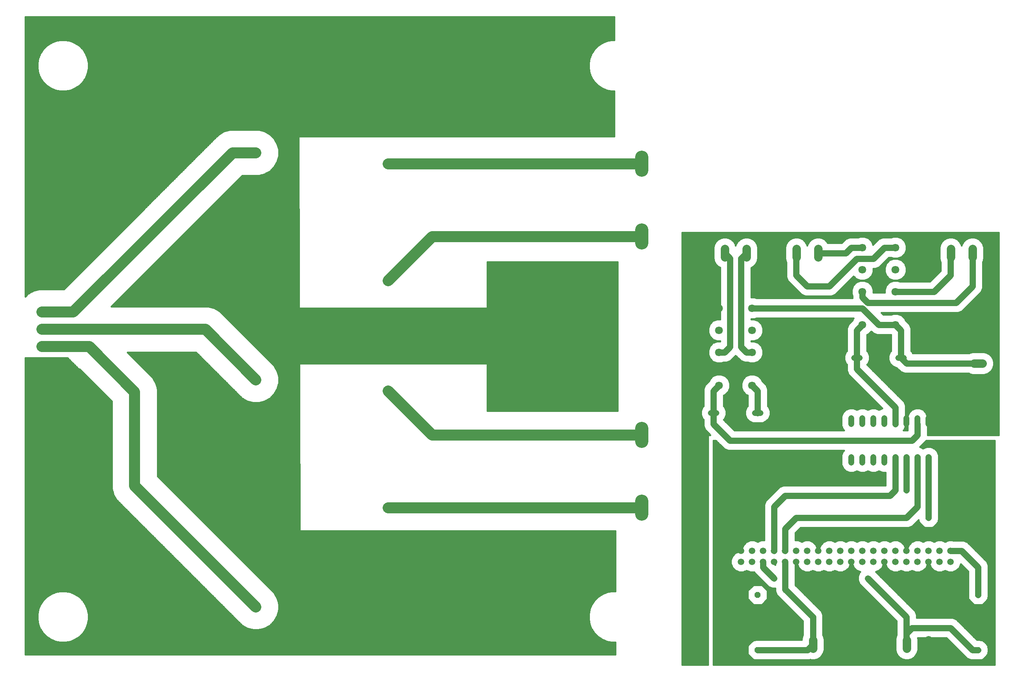
<source format=gbl>
G75*
%MOIN*%
%OFA0B0*%
%FSLAX25Y25*%
%IPPOS*%
%LPD*%
%AMOC8*
5,1,8,0,0,1.08239X$1,22.5*
%
%ADD10C,0.07087*%
%ADD11C,0.11850*%
%ADD12C,0.10039*%
%ADD13OC8,0.07050*%
%ADD14OC8,0.06000*%
%ADD15OC8,0.05600*%
%ADD16OC8,0.05200*%
%ADD17C,0.05937*%
%ADD18C,0.07800*%
%ADD19C,0.05200*%
%ADD20C,0.10000*%
%ADD21C,0.01600*%
%ADD22C,0.05600*%
%ADD23R,0.03962X0.03962*%
D10*
X0226800Y0060800D03*
X0226800Y0140800D03*
X0346800Y0150800D03*
X0346800Y0050800D03*
X0346800Y0256800D03*
X0346800Y0306800D03*
X0346800Y0356800D03*
X0226800Y0346800D03*
X0226800Y0266800D03*
X0346800Y0462800D03*
X0226800Y0472800D03*
X0226800Y0552800D03*
X0346800Y0562800D03*
X0646800Y0331800D03*
X0646800Y0311800D03*
X0646800Y0291800D03*
X0676800Y0291800D03*
X0676800Y0311800D03*
X0676800Y0331800D03*
X0676800Y0261800D03*
X0646800Y0261800D03*
X0776800Y0316800D03*
X0806800Y0316800D03*
X0806800Y0346800D03*
X0806800Y0366800D03*
X0806800Y0386800D03*
X0776800Y0386800D03*
X0776800Y0366800D03*
X0776800Y0346800D03*
D11*
X0576800Y0390875D02*
X0576800Y0402725D01*
X0576800Y0456875D02*
X0576800Y0468725D01*
X0576800Y0222725D02*
X0576800Y0210875D01*
X0576800Y0156725D02*
X0576800Y0144875D01*
D12*
X0042820Y0281414D02*
X0032780Y0281414D01*
X0032780Y0297005D02*
X0042820Y0297005D01*
X0042820Y0312595D02*
X0032780Y0312595D01*
X0032780Y0328186D02*
X0042820Y0328186D01*
D13*
X0458800Y0324800D03*
X0536800Y0288800D03*
X0458800Y0216800D03*
X0458800Y0150800D03*
X0458800Y0042800D03*
X0536800Y0396800D03*
X0459800Y0462800D03*
X0459800Y0570800D03*
D14*
X0508800Y0502800D03*
X0508800Y0462800D03*
X0491800Y0396800D03*
X0491800Y0356800D03*
X0510800Y0256800D03*
X0510800Y0216800D03*
X0509800Y0150800D03*
X0509800Y0110800D03*
D15*
X0541800Y0120800D03*
X0541800Y0150800D03*
X0541800Y0216800D03*
X0541800Y0246800D03*
X0459800Y0366800D03*
X0459800Y0396800D03*
X0542800Y0462800D03*
X0542800Y0492800D03*
D16*
X0816800Y0166800D03*
X0836800Y0141800D03*
X0866800Y0166800D03*
X0886800Y0141800D03*
X0881800Y0071800D03*
X0881800Y0021800D03*
X0681800Y0021800D03*
X0681800Y0071800D03*
D17*
X0676800Y0101800D03*
X0666800Y0101800D03*
X0666800Y0111800D03*
X0676800Y0111800D03*
X0686800Y0111800D03*
X0696800Y0111800D03*
X0706800Y0111800D03*
X0706800Y0101800D03*
X0696800Y0101800D03*
X0686800Y0101800D03*
X0716800Y0101800D03*
X0726800Y0101800D03*
X0736800Y0101800D03*
X0746800Y0101800D03*
X0756800Y0101800D03*
X0766800Y0101800D03*
X0776800Y0101800D03*
X0786800Y0101800D03*
X0796800Y0101800D03*
X0806800Y0101800D03*
X0816800Y0101800D03*
X0816800Y0111800D03*
X0806800Y0111800D03*
X0796800Y0111800D03*
X0786800Y0111800D03*
X0776800Y0111800D03*
X0766800Y0111800D03*
X0756800Y0111800D03*
X0746800Y0111800D03*
X0736800Y0111800D03*
X0726800Y0111800D03*
X0716800Y0111800D03*
X0826800Y0111800D03*
X0836800Y0111800D03*
X0846800Y0111800D03*
X0856800Y0111800D03*
X0856800Y0101800D03*
X0846800Y0101800D03*
X0836800Y0101800D03*
X0826800Y0101800D03*
D18*
X0836600Y0030700D02*
X0836600Y0022900D01*
X0816900Y0022900D02*
X0816900Y0030700D01*
X0751600Y0030700D02*
X0751600Y0022900D01*
X0731900Y0022900D02*
X0731900Y0030700D01*
X0877900Y0262000D02*
X0885700Y0262000D01*
X0885700Y0281700D02*
X0877900Y0281700D01*
X0876600Y0377900D02*
X0876600Y0385700D01*
X0856900Y0385700D02*
X0856900Y0377900D01*
X0736600Y0377900D02*
X0736600Y0385700D01*
X0716900Y0385700D02*
X0716900Y0377900D01*
X0671700Y0377900D02*
X0671700Y0385700D01*
X0652000Y0385700D02*
X0652000Y0377900D01*
D19*
X0769200Y0286800D02*
X0774400Y0286800D01*
X0809200Y0286800D02*
X0814400Y0286800D01*
X0816800Y0232000D02*
X0816800Y0226800D01*
X0806800Y0226800D02*
X0806800Y0232000D01*
X0796800Y0232000D02*
X0796800Y0226800D01*
X0786800Y0226800D02*
X0786800Y0232000D01*
X0776800Y0232000D02*
X0776800Y0226800D01*
X0766800Y0226800D02*
X0766800Y0232000D01*
X0766800Y0196800D02*
X0766800Y0191600D01*
X0776800Y0191600D02*
X0776800Y0196800D01*
X0786800Y0196800D02*
X0786800Y0191600D01*
X0796800Y0191600D02*
X0796800Y0196800D01*
X0806800Y0196800D02*
X0806800Y0191600D01*
X0816800Y0191600D02*
X0816800Y0196800D01*
X0826800Y0196800D02*
X0826800Y0191600D01*
X0836800Y0191600D02*
X0836800Y0196800D01*
X0836800Y0226800D02*
X0836800Y0232000D01*
X0826800Y0232000D02*
X0826800Y0226800D01*
X0684400Y0236800D02*
X0679200Y0236800D01*
X0644400Y0236800D02*
X0639200Y0236800D01*
D20*
X0577300Y0216800D02*
X0386800Y0216800D01*
X0346800Y0256800D01*
X0226800Y0266800D02*
X0181005Y0312595D01*
X0037800Y0312595D01*
X0037800Y0297005D02*
X0075595Y0297005D01*
X0116800Y0255800D01*
X0116800Y0170800D01*
X0226800Y0060800D01*
X0346800Y0150800D02*
X0577300Y0150800D01*
X0346800Y0356800D02*
X0386800Y0396800D01*
X0576300Y0396800D01*
X0576800Y0462800D02*
X0346800Y0462800D01*
X0226800Y0472800D02*
X0205800Y0472800D01*
X0061186Y0328186D01*
X0037800Y0328186D01*
D21*
X0017600Y0282742D02*
X0017600Y0017598D01*
X0266748Y0017565D01*
X0264855Y0596000D01*
X0017600Y0596000D01*
X0017600Y0342449D01*
X0019997Y0344846D01*
X0024744Y0347587D01*
X0030039Y0349005D01*
X0045561Y0349005D01*
X0045634Y0348986D01*
X0052570Y0348986D01*
X0189156Y0485571D01*
X0193028Y0489444D01*
X0197771Y0492183D01*
X0203062Y0493600D01*
X0229538Y0493600D01*
X0234828Y0492183D01*
X0239571Y0489444D01*
X0243444Y0485571D01*
X0246183Y0480828D01*
X0247600Y0475538D01*
X0247600Y0470062D01*
X0246183Y0464771D01*
X0243444Y0460028D01*
X0239571Y0456156D01*
X0234828Y0453417D01*
X0229538Y0452000D01*
X0214416Y0452000D01*
X0095811Y0333395D01*
X0183743Y0333395D01*
X0189033Y0331978D01*
X0193776Y0329239D01*
X0243444Y0279571D01*
X0246183Y0274828D01*
X0247600Y0269538D01*
X0247600Y0264062D01*
X0246183Y0258771D01*
X0243444Y0254028D01*
X0239571Y0250156D01*
X0234828Y0247417D01*
X0229538Y0246000D01*
X0224062Y0246000D01*
X0218771Y0247417D01*
X0214028Y0250156D01*
X0172389Y0291795D01*
X0110220Y0291795D01*
X0133444Y0268571D01*
X0136183Y0263828D01*
X0137600Y0258538D01*
X0137600Y0179416D01*
X0243444Y0073571D01*
X0246183Y0068828D01*
X0247600Y0063538D01*
X0247600Y0058062D01*
X0246183Y0052771D01*
X0243444Y0048028D01*
X0239571Y0044156D01*
X0234828Y0041417D01*
X0229538Y0040000D01*
X0224062Y0040000D01*
X0218771Y0041417D01*
X0214028Y0044156D01*
X0100156Y0158028D01*
X0097417Y0162771D01*
X0096000Y0168062D01*
X0096000Y0247184D01*
X0066980Y0276205D01*
X0045634Y0276205D01*
X0045561Y0276185D01*
X0030039Y0276185D01*
X0024744Y0277604D01*
X0019997Y0280345D01*
X0017600Y0282742D01*
X0017800Y0283138D02*
X0059462Y0283138D01*
X0057863Y0284737D02*
X0017800Y0284737D01*
X0017800Y0286335D02*
X0056265Y0286335D01*
X0055800Y0286800D02*
X0017800Y0286800D01*
X0017800Y0273800D01*
X0068800Y0273800D01*
X0055800Y0286800D01*
X0061061Y0281539D02*
X0017800Y0281539D01*
X0017600Y0281539D02*
X0018802Y0281539D01*
X0017800Y0279941D02*
X0062659Y0279941D01*
X0064258Y0278342D02*
X0017800Y0278342D01*
X0017600Y0278342D02*
X0023465Y0278342D01*
X0020696Y0279941D02*
X0017600Y0279941D01*
X0017600Y0276744D02*
X0027953Y0276744D01*
X0017800Y0276744D02*
X0065856Y0276744D01*
X0067455Y0275145D02*
X0017800Y0275145D01*
X0017600Y0275145D02*
X0068039Y0275145D01*
X0069637Y0273547D02*
X0017600Y0273547D01*
X0017600Y0271948D02*
X0071236Y0271948D01*
X0072834Y0270350D02*
X0017600Y0270350D01*
X0017600Y0268751D02*
X0074433Y0268751D01*
X0076031Y0267153D02*
X0017600Y0267153D01*
X0017600Y0265554D02*
X0077630Y0265554D01*
X0079228Y0263956D02*
X0017600Y0263956D01*
X0017600Y0262357D02*
X0080827Y0262357D01*
X0082426Y0260759D02*
X0017600Y0260759D01*
X0017600Y0259160D02*
X0084024Y0259160D01*
X0085623Y0257562D02*
X0017600Y0257562D01*
X0017600Y0255963D02*
X0087221Y0255963D01*
X0088820Y0254365D02*
X0017600Y0254365D01*
X0017600Y0252766D02*
X0090418Y0252766D01*
X0092017Y0251168D02*
X0017600Y0251168D01*
X0017600Y0249569D02*
X0093615Y0249569D01*
X0095214Y0247971D02*
X0017600Y0247971D01*
X0017600Y0246372D02*
X0096000Y0246372D01*
X0096000Y0244774D02*
X0017600Y0244774D01*
X0017600Y0243175D02*
X0096000Y0243175D01*
X0096000Y0241577D02*
X0017600Y0241577D01*
X0017600Y0239978D02*
X0096000Y0239978D01*
X0096000Y0238380D02*
X0017600Y0238380D01*
X0017600Y0236781D02*
X0096000Y0236781D01*
X0096000Y0235183D02*
X0017600Y0235183D01*
X0017600Y0233584D02*
X0096000Y0233584D01*
X0096000Y0231986D02*
X0017600Y0231986D01*
X0017600Y0230387D02*
X0096000Y0230387D01*
X0096000Y0228789D02*
X0017600Y0228789D01*
X0017600Y0227190D02*
X0096000Y0227190D01*
X0096000Y0225592D02*
X0017600Y0225592D01*
X0017600Y0223993D02*
X0096000Y0223993D01*
X0096000Y0222395D02*
X0017600Y0222395D01*
X0017600Y0220796D02*
X0096000Y0220796D01*
X0096000Y0219198D02*
X0017600Y0219198D01*
X0017600Y0217599D02*
X0096000Y0217599D01*
X0096000Y0216001D02*
X0017600Y0216001D01*
X0017600Y0214402D02*
X0096000Y0214402D01*
X0096000Y0212803D02*
X0017600Y0212803D01*
X0017600Y0211205D02*
X0096000Y0211205D01*
X0096000Y0209606D02*
X0017600Y0209606D01*
X0017600Y0208008D02*
X0096000Y0208008D01*
X0096000Y0206409D02*
X0017600Y0206409D01*
X0017600Y0204811D02*
X0096000Y0204811D01*
X0096000Y0203212D02*
X0017600Y0203212D01*
X0017600Y0201614D02*
X0096000Y0201614D01*
X0096000Y0200015D02*
X0017600Y0200015D01*
X0017600Y0198417D02*
X0096000Y0198417D01*
X0096000Y0196818D02*
X0017600Y0196818D01*
X0017600Y0195220D02*
X0096000Y0195220D01*
X0096000Y0193621D02*
X0017600Y0193621D01*
X0017600Y0192023D02*
X0096000Y0192023D01*
X0096000Y0190424D02*
X0017600Y0190424D01*
X0017600Y0188826D02*
X0096000Y0188826D01*
X0096000Y0187227D02*
X0017600Y0187227D01*
X0017600Y0185629D02*
X0096000Y0185629D01*
X0096000Y0184030D02*
X0017600Y0184030D01*
X0017600Y0182432D02*
X0096000Y0182432D01*
X0096000Y0180833D02*
X0017600Y0180833D01*
X0017600Y0179235D02*
X0096000Y0179235D01*
X0096000Y0177636D02*
X0017600Y0177636D01*
X0017600Y0176038D02*
X0096000Y0176038D01*
X0096000Y0174439D02*
X0017600Y0174439D01*
X0017600Y0172841D02*
X0096000Y0172841D01*
X0096000Y0171242D02*
X0017600Y0171242D01*
X0017600Y0169644D02*
X0096000Y0169644D01*
X0096004Y0168045D02*
X0017600Y0168045D01*
X0017600Y0166447D02*
X0096433Y0166447D01*
X0096861Y0164848D02*
X0017600Y0164848D01*
X0017600Y0163250D02*
X0097289Y0163250D01*
X0098064Y0161651D02*
X0017600Y0161651D01*
X0017600Y0160053D02*
X0098987Y0160053D01*
X0099910Y0158454D02*
X0017600Y0158454D01*
X0017600Y0156856D02*
X0101329Y0156856D01*
X0102927Y0155257D02*
X0017600Y0155257D01*
X0017600Y0153659D02*
X0104526Y0153659D01*
X0106124Y0152060D02*
X0017600Y0152060D01*
X0017600Y0150462D02*
X0107723Y0150462D01*
X0109321Y0148863D02*
X0017600Y0148863D01*
X0017600Y0147265D02*
X0110920Y0147265D01*
X0112518Y0145666D02*
X0017600Y0145666D01*
X0017600Y0144068D02*
X0114117Y0144068D01*
X0115715Y0142469D02*
X0017600Y0142469D01*
X0017600Y0140870D02*
X0117314Y0140870D01*
X0118912Y0139272D02*
X0017600Y0139272D01*
X0017600Y0137673D02*
X0120511Y0137673D01*
X0122109Y0136075D02*
X0017600Y0136075D01*
X0017600Y0134476D02*
X0123708Y0134476D01*
X0125306Y0132878D02*
X0017600Y0132878D01*
X0017600Y0131279D02*
X0126905Y0131279D01*
X0128503Y0129681D02*
X0017600Y0129681D01*
X0017600Y0128082D02*
X0130102Y0128082D01*
X0131700Y0126484D02*
X0017600Y0126484D01*
X0017600Y0124885D02*
X0133299Y0124885D01*
X0134897Y0123287D02*
X0017600Y0123287D01*
X0017600Y0121688D02*
X0136496Y0121688D01*
X0138095Y0120090D02*
X0017600Y0120090D01*
X0017600Y0118491D02*
X0139693Y0118491D01*
X0141292Y0116893D02*
X0017600Y0116893D01*
X0017600Y0115294D02*
X0142890Y0115294D01*
X0144489Y0113696D02*
X0017600Y0113696D01*
X0017600Y0112097D02*
X0146087Y0112097D01*
X0147686Y0110499D02*
X0017600Y0110499D01*
X0017600Y0108900D02*
X0149284Y0108900D01*
X0150883Y0107302D02*
X0017600Y0107302D01*
X0017600Y0105703D02*
X0152481Y0105703D01*
X0154080Y0104105D02*
X0017600Y0104105D01*
X0017600Y0102506D02*
X0155678Y0102506D01*
X0157277Y0100908D02*
X0017600Y0100908D01*
X0017600Y0099309D02*
X0158875Y0099309D01*
X0160474Y0097711D02*
X0017600Y0097711D01*
X0017600Y0096112D02*
X0162072Y0096112D01*
X0163671Y0094514D02*
X0017600Y0094514D01*
X0017600Y0092915D02*
X0165269Y0092915D01*
X0166868Y0091317D02*
X0017600Y0091317D01*
X0017600Y0089718D02*
X0168466Y0089718D01*
X0170065Y0088120D02*
X0017600Y0088120D01*
X0017600Y0086521D02*
X0171663Y0086521D01*
X0173262Y0084923D02*
X0017600Y0084923D01*
X0017600Y0083324D02*
X0174860Y0083324D01*
X0176459Y0081726D02*
X0017600Y0081726D01*
X0017600Y0080127D02*
X0178057Y0080127D01*
X0179656Y0078529D02*
X0017600Y0078529D01*
X0017600Y0076930D02*
X0181254Y0076930D01*
X0182853Y0075332D02*
X0017600Y0075332D01*
X0017600Y0073733D02*
X0043930Y0073733D01*
X0045011Y0074181D02*
X0040775Y0072426D01*
X0036963Y0069879D01*
X0033721Y0066637D01*
X0031174Y0062825D01*
X0029419Y0058589D01*
X0028525Y0054092D01*
X0028525Y0049508D01*
X0029419Y0045011D01*
X0031174Y0040775D01*
X0033721Y0036963D01*
X0036963Y0033721D01*
X0040775Y0031174D01*
X0045011Y0029419D01*
X0049508Y0028525D01*
X0054092Y0028525D01*
X0058589Y0029419D01*
X0062825Y0031174D01*
X0066637Y0033721D01*
X0069879Y0036963D01*
X0072426Y0040775D01*
X0074181Y0045011D01*
X0075075Y0049508D01*
X0075075Y0054092D01*
X0074181Y0058589D01*
X0072426Y0062825D01*
X0069879Y0066637D01*
X0066637Y0069879D01*
X0062825Y0072426D01*
X0058589Y0074181D01*
X0054092Y0075075D01*
X0049508Y0075075D01*
X0045011Y0074181D01*
X0040339Y0072134D02*
X0017600Y0072134D01*
X0017600Y0070536D02*
X0037947Y0070536D01*
X0036022Y0068937D02*
X0017600Y0068937D01*
X0017600Y0067339D02*
X0034423Y0067339D01*
X0033122Y0065740D02*
X0017600Y0065740D01*
X0017600Y0064142D02*
X0032054Y0064142D01*
X0031057Y0062543D02*
X0017600Y0062543D01*
X0017600Y0060945D02*
X0030395Y0060945D01*
X0029733Y0059346D02*
X0017600Y0059346D01*
X0017600Y0057748D02*
X0029252Y0057748D01*
X0028934Y0056149D02*
X0017600Y0056149D01*
X0017600Y0054551D02*
X0028616Y0054551D01*
X0028525Y0052952D02*
X0017600Y0052952D01*
X0017600Y0051354D02*
X0028525Y0051354D01*
X0028525Y0049755D02*
X0017600Y0049755D01*
X0017600Y0048157D02*
X0028794Y0048157D01*
X0029112Y0046558D02*
X0017600Y0046558D01*
X0017600Y0044960D02*
X0029441Y0044960D01*
X0030103Y0043361D02*
X0017600Y0043361D01*
X0017600Y0041763D02*
X0030765Y0041763D01*
X0031582Y0040164D02*
X0017600Y0040164D01*
X0017600Y0038566D02*
X0032650Y0038566D01*
X0033718Y0036967D02*
X0017600Y0036967D01*
X0017600Y0035369D02*
X0035315Y0035369D01*
X0036914Y0033770D02*
X0017600Y0033770D01*
X0017600Y0032172D02*
X0039282Y0032172D01*
X0042226Y0030573D02*
X0017600Y0030573D01*
X0017600Y0028975D02*
X0047247Y0028975D01*
X0056353Y0028975D02*
X0266711Y0028975D01*
X0266706Y0030573D02*
X0061374Y0030573D01*
X0064318Y0032172D02*
X0266701Y0032172D01*
X0266695Y0033770D02*
X0066686Y0033770D01*
X0068285Y0035369D02*
X0266690Y0035369D01*
X0266685Y0036967D02*
X0069882Y0036967D01*
X0070950Y0038566D02*
X0266680Y0038566D01*
X0266674Y0040164D02*
X0230151Y0040164D01*
X0235427Y0041763D02*
X0266669Y0041763D01*
X0266664Y0043361D02*
X0238195Y0043361D01*
X0240375Y0044960D02*
X0266659Y0044960D01*
X0266653Y0046558D02*
X0241974Y0046558D01*
X0243518Y0048157D02*
X0266648Y0048157D01*
X0266643Y0049755D02*
X0244441Y0049755D01*
X0245364Y0051354D02*
X0266638Y0051354D01*
X0266633Y0052952D02*
X0246231Y0052952D01*
X0246659Y0054551D02*
X0266627Y0054551D01*
X0266622Y0056149D02*
X0247088Y0056149D01*
X0247516Y0057748D02*
X0266617Y0057748D01*
X0266612Y0059346D02*
X0247600Y0059346D01*
X0247600Y0060945D02*
X0266606Y0060945D01*
X0266601Y0062543D02*
X0247600Y0062543D01*
X0247438Y0064142D02*
X0266596Y0064142D01*
X0266591Y0065740D02*
X0247010Y0065740D01*
X0246582Y0067339D02*
X0266585Y0067339D01*
X0266580Y0068937D02*
X0246120Y0068937D01*
X0245197Y0070536D02*
X0266575Y0070536D01*
X0266570Y0072134D02*
X0244274Y0072134D01*
X0243283Y0073733D02*
X0266565Y0073733D01*
X0266559Y0075332D02*
X0241684Y0075332D01*
X0240086Y0076930D02*
X0266554Y0076930D01*
X0266549Y0078529D02*
X0238487Y0078529D01*
X0236889Y0080127D02*
X0266544Y0080127D01*
X0266538Y0081726D02*
X0235290Y0081726D01*
X0233692Y0083324D02*
X0266533Y0083324D01*
X0266528Y0084923D02*
X0232093Y0084923D01*
X0230495Y0086521D02*
X0266523Y0086521D01*
X0266517Y0088120D02*
X0228896Y0088120D01*
X0227298Y0089718D02*
X0266512Y0089718D01*
X0266507Y0091317D02*
X0225699Y0091317D01*
X0224100Y0092915D02*
X0266502Y0092915D01*
X0266497Y0094514D02*
X0222502Y0094514D01*
X0220903Y0096112D02*
X0266491Y0096112D01*
X0266486Y0097711D02*
X0219305Y0097711D01*
X0217706Y0099309D02*
X0266481Y0099309D01*
X0266476Y0100908D02*
X0216108Y0100908D01*
X0214509Y0102506D02*
X0266470Y0102506D01*
X0266465Y0104105D02*
X0212911Y0104105D01*
X0211312Y0105703D02*
X0266460Y0105703D01*
X0266455Y0107302D02*
X0209714Y0107302D01*
X0208115Y0108900D02*
X0266449Y0108900D01*
X0266444Y0110499D02*
X0206517Y0110499D01*
X0204918Y0112097D02*
X0266439Y0112097D01*
X0266434Y0113696D02*
X0203320Y0113696D01*
X0201721Y0115294D02*
X0266428Y0115294D01*
X0266423Y0116893D02*
X0200123Y0116893D01*
X0198524Y0118491D02*
X0266418Y0118491D01*
X0266413Y0120090D02*
X0196926Y0120090D01*
X0195327Y0121688D02*
X0266408Y0121688D01*
X0266402Y0123287D02*
X0193729Y0123287D01*
X0192130Y0124885D02*
X0266397Y0124885D01*
X0266392Y0126484D02*
X0190532Y0126484D01*
X0188933Y0128082D02*
X0266387Y0128082D01*
X0266381Y0129681D02*
X0187335Y0129681D01*
X0185736Y0131279D02*
X0266376Y0131279D01*
X0266371Y0132878D02*
X0184138Y0132878D01*
X0182539Y0134476D02*
X0266366Y0134476D01*
X0266360Y0136075D02*
X0180941Y0136075D01*
X0179342Y0137673D02*
X0266355Y0137673D01*
X0266350Y0139272D02*
X0177744Y0139272D01*
X0176145Y0140870D02*
X0266345Y0140870D01*
X0266340Y0142469D02*
X0174547Y0142469D01*
X0172948Y0144068D02*
X0266334Y0144068D01*
X0266329Y0145666D02*
X0171350Y0145666D01*
X0169751Y0147265D02*
X0266324Y0147265D01*
X0266319Y0148863D02*
X0168153Y0148863D01*
X0166554Y0150462D02*
X0266313Y0150462D01*
X0266308Y0152060D02*
X0164956Y0152060D01*
X0163357Y0153659D02*
X0266303Y0153659D01*
X0266298Y0155257D02*
X0161759Y0155257D01*
X0160160Y0156856D02*
X0266292Y0156856D01*
X0266287Y0158454D02*
X0158562Y0158454D01*
X0156963Y0160053D02*
X0266282Y0160053D01*
X0266277Y0161651D02*
X0155364Y0161651D01*
X0153766Y0163250D02*
X0266272Y0163250D01*
X0266266Y0164848D02*
X0152167Y0164848D01*
X0150569Y0166447D02*
X0266261Y0166447D01*
X0266256Y0168045D02*
X0148970Y0168045D01*
X0147372Y0169644D02*
X0266251Y0169644D01*
X0266245Y0171242D02*
X0145773Y0171242D01*
X0144175Y0172841D02*
X0266240Y0172841D01*
X0266235Y0174439D02*
X0142576Y0174439D01*
X0140978Y0176038D02*
X0266230Y0176038D01*
X0266224Y0177636D02*
X0139379Y0177636D01*
X0137781Y0179235D02*
X0266219Y0179235D01*
X0266214Y0180833D02*
X0137600Y0180833D01*
X0137600Y0182432D02*
X0266209Y0182432D01*
X0266203Y0184030D02*
X0137600Y0184030D01*
X0137600Y0185629D02*
X0266198Y0185629D01*
X0266193Y0187227D02*
X0137600Y0187227D01*
X0137600Y0188826D02*
X0266188Y0188826D01*
X0266183Y0190424D02*
X0137600Y0190424D01*
X0137600Y0192023D02*
X0266177Y0192023D01*
X0266172Y0193621D02*
X0137600Y0193621D01*
X0137600Y0195220D02*
X0266167Y0195220D01*
X0266162Y0196818D02*
X0137600Y0196818D01*
X0137600Y0198417D02*
X0266156Y0198417D01*
X0266151Y0200015D02*
X0137600Y0200015D01*
X0137600Y0201614D02*
X0266146Y0201614D01*
X0266141Y0203212D02*
X0137600Y0203212D01*
X0137600Y0204811D02*
X0266135Y0204811D01*
X0266130Y0206409D02*
X0137600Y0206409D01*
X0137600Y0208008D02*
X0266125Y0208008D01*
X0266120Y0209606D02*
X0137600Y0209606D01*
X0137600Y0211205D02*
X0266115Y0211205D01*
X0266109Y0212803D02*
X0137600Y0212803D01*
X0137600Y0214402D02*
X0266104Y0214402D01*
X0266099Y0216001D02*
X0137600Y0216001D01*
X0137600Y0217599D02*
X0266094Y0217599D01*
X0266088Y0219198D02*
X0137600Y0219198D01*
X0137600Y0220796D02*
X0266083Y0220796D01*
X0266078Y0222395D02*
X0137600Y0222395D01*
X0137600Y0223993D02*
X0266073Y0223993D01*
X0266067Y0225592D02*
X0137600Y0225592D01*
X0137600Y0227190D02*
X0266062Y0227190D01*
X0266057Y0228789D02*
X0137600Y0228789D01*
X0137600Y0230387D02*
X0266052Y0230387D01*
X0266047Y0231986D02*
X0137600Y0231986D01*
X0137600Y0233584D02*
X0266041Y0233584D01*
X0266036Y0235183D02*
X0137600Y0235183D01*
X0137600Y0236781D02*
X0266031Y0236781D01*
X0266026Y0238380D02*
X0137600Y0238380D01*
X0137600Y0239978D02*
X0266020Y0239978D01*
X0266015Y0241577D02*
X0137600Y0241577D01*
X0137600Y0243175D02*
X0266010Y0243175D01*
X0266005Y0244774D02*
X0137600Y0244774D01*
X0137600Y0246372D02*
X0222672Y0246372D01*
X0217813Y0247971D02*
X0137600Y0247971D01*
X0137600Y0249569D02*
X0215045Y0249569D01*
X0213017Y0251168D02*
X0137600Y0251168D01*
X0137600Y0252766D02*
X0211418Y0252766D01*
X0209820Y0254365D02*
X0137600Y0254365D01*
X0137600Y0255963D02*
X0208221Y0255963D01*
X0206623Y0257562D02*
X0137600Y0257562D01*
X0137433Y0259160D02*
X0205024Y0259160D01*
X0203426Y0260759D02*
X0137005Y0260759D01*
X0136577Y0262357D02*
X0201827Y0262357D01*
X0200228Y0263956D02*
X0136109Y0263956D01*
X0135186Y0265554D02*
X0198630Y0265554D01*
X0197031Y0267153D02*
X0134263Y0267153D01*
X0133264Y0268751D02*
X0195433Y0268751D01*
X0193834Y0270350D02*
X0131666Y0270350D01*
X0130067Y0271948D02*
X0192236Y0271948D01*
X0190637Y0273547D02*
X0128469Y0273547D01*
X0126870Y0275145D02*
X0189039Y0275145D01*
X0187440Y0276744D02*
X0125272Y0276744D01*
X0123673Y0278342D02*
X0185842Y0278342D01*
X0184243Y0279941D02*
X0122075Y0279941D01*
X0120476Y0281539D02*
X0182645Y0281539D01*
X0181046Y0283138D02*
X0118878Y0283138D01*
X0117279Y0284737D02*
X0179448Y0284737D01*
X0177849Y0286335D02*
X0115681Y0286335D01*
X0114082Y0287934D02*
X0176251Y0287934D01*
X0174652Y0289532D02*
X0112484Y0289532D01*
X0110885Y0291131D02*
X0173054Y0291131D01*
X0204710Y0318305D02*
X0265764Y0318305D01*
X0265769Y0316707D02*
X0206309Y0316707D01*
X0207907Y0315108D02*
X0265774Y0315108D01*
X0265780Y0313510D02*
X0209506Y0313510D01*
X0211104Y0311911D02*
X0265785Y0311911D01*
X0265790Y0310313D02*
X0212703Y0310313D01*
X0214301Y0308714D02*
X0265795Y0308714D01*
X0265801Y0307116D02*
X0215900Y0307116D01*
X0217498Y0305517D02*
X0265806Y0305517D01*
X0265811Y0303919D02*
X0219097Y0303919D01*
X0220695Y0302320D02*
X0265816Y0302320D01*
X0265822Y0300722D02*
X0222294Y0300722D01*
X0223893Y0299123D02*
X0265827Y0299123D01*
X0265832Y0297525D02*
X0225491Y0297525D01*
X0227090Y0295926D02*
X0265837Y0295926D01*
X0265842Y0294328D02*
X0228688Y0294328D01*
X0230287Y0292729D02*
X0265848Y0292729D01*
X0265853Y0291131D02*
X0231885Y0291131D01*
X0233484Y0289532D02*
X0265858Y0289532D01*
X0265863Y0287934D02*
X0235082Y0287934D01*
X0236681Y0286335D02*
X0265869Y0286335D01*
X0265874Y0284737D02*
X0238279Y0284737D01*
X0239878Y0283138D02*
X0265879Y0283138D01*
X0265884Y0281539D02*
X0241476Y0281539D01*
X0243075Y0279941D02*
X0265890Y0279941D01*
X0265895Y0278342D02*
X0244154Y0278342D01*
X0245077Y0276744D02*
X0265900Y0276744D01*
X0265905Y0275145D02*
X0246000Y0275145D01*
X0246526Y0273547D02*
X0265910Y0273547D01*
X0265916Y0271948D02*
X0246954Y0271948D01*
X0247383Y0270350D02*
X0265921Y0270350D01*
X0265926Y0268751D02*
X0247600Y0268751D01*
X0247600Y0267153D02*
X0265931Y0267153D01*
X0265937Y0265554D02*
X0247600Y0265554D01*
X0247572Y0263956D02*
X0265942Y0263956D01*
X0265947Y0262357D02*
X0247143Y0262357D01*
X0246715Y0260759D02*
X0265952Y0260759D01*
X0265958Y0259160D02*
X0246287Y0259160D01*
X0245484Y0257562D02*
X0265963Y0257562D01*
X0265968Y0255963D02*
X0244561Y0255963D01*
X0243638Y0254365D02*
X0265973Y0254365D01*
X0265978Y0252766D02*
X0242182Y0252766D01*
X0240583Y0251168D02*
X0265984Y0251168D01*
X0265989Y0249569D02*
X0238555Y0249569D01*
X0235787Y0247971D02*
X0265994Y0247971D01*
X0265999Y0246372D02*
X0230928Y0246372D01*
X0261800Y0281800D02*
X0261800Y0331800D01*
X0436800Y0331800D01*
X0436800Y0373800D01*
X0554800Y0373800D01*
X0554800Y0238800D01*
X0436800Y0238800D01*
X0436800Y0281800D01*
X0261800Y0281800D01*
X0261800Y0283138D02*
X0554800Y0283138D01*
X0554800Y0284737D02*
X0261800Y0284737D01*
X0261800Y0286335D02*
X0554800Y0286335D01*
X0554800Y0287934D02*
X0261800Y0287934D01*
X0261800Y0289532D02*
X0554800Y0289532D01*
X0554800Y0291131D02*
X0261800Y0291131D01*
X0261800Y0292729D02*
X0554800Y0292729D01*
X0554800Y0294328D02*
X0261800Y0294328D01*
X0261800Y0295926D02*
X0554800Y0295926D01*
X0554800Y0297525D02*
X0261800Y0297525D01*
X0261800Y0299123D02*
X0554800Y0299123D01*
X0554800Y0300722D02*
X0261800Y0300722D01*
X0261800Y0302320D02*
X0554800Y0302320D01*
X0554800Y0303919D02*
X0261800Y0303919D01*
X0261800Y0305517D02*
X0554800Y0305517D01*
X0554800Y0307116D02*
X0261800Y0307116D01*
X0261800Y0308714D02*
X0554800Y0308714D01*
X0554800Y0310313D02*
X0261800Y0310313D01*
X0261800Y0311911D02*
X0554800Y0311911D01*
X0554800Y0313510D02*
X0261800Y0313510D01*
X0261800Y0315108D02*
X0554800Y0315108D01*
X0554800Y0316707D02*
X0261800Y0316707D01*
X0261800Y0318305D02*
X0554800Y0318305D01*
X0554800Y0319904D02*
X0261800Y0319904D01*
X0261800Y0321502D02*
X0554800Y0321502D01*
X0554800Y0323101D02*
X0261800Y0323101D01*
X0261800Y0324699D02*
X0554800Y0324699D01*
X0554800Y0326298D02*
X0261800Y0326298D01*
X0261800Y0327896D02*
X0554800Y0327896D01*
X0554800Y0329495D02*
X0261800Y0329495D01*
X0261800Y0331093D02*
X0554800Y0331093D01*
X0554800Y0332692D02*
X0436800Y0332692D01*
X0436800Y0334290D02*
X0554800Y0334290D01*
X0554800Y0335889D02*
X0436800Y0335889D01*
X0436800Y0337487D02*
X0554800Y0337487D01*
X0554800Y0339086D02*
X0436800Y0339086D01*
X0436800Y0340684D02*
X0554800Y0340684D01*
X0554800Y0342283D02*
X0436800Y0342283D01*
X0436800Y0343881D02*
X0554800Y0343881D01*
X0554800Y0345480D02*
X0436800Y0345480D01*
X0436800Y0347078D02*
X0554800Y0347078D01*
X0554800Y0348677D02*
X0436800Y0348677D01*
X0436800Y0350275D02*
X0554800Y0350275D01*
X0554800Y0351874D02*
X0436800Y0351874D01*
X0436800Y0353472D02*
X0554800Y0353472D01*
X0554800Y0355071D02*
X0436800Y0355071D01*
X0436800Y0356670D02*
X0554800Y0356670D01*
X0554800Y0358268D02*
X0436800Y0358268D01*
X0436800Y0359867D02*
X0554800Y0359867D01*
X0554800Y0361465D02*
X0436800Y0361465D01*
X0436800Y0363064D02*
X0554800Y0363064D01*
X0554800Y0364662D02*
X0436800Y0364662D01*
X0436800Y0366261D02*
X0554800Y0366261D01*
X0554800Y0367859D02*
X0436800Y0367859D01*
X0436800Y0369458D02*
X0554800Y0369458D01*
X0554800Y0371056D02*
X0436800Y0371056D01*
X0436800Y0372655D02*
X0554800Y0372655D01*
X0613200Y0372655D02*
X0643135Y0372655D01*
X0643758Y0371576D02*
X0645676Y0369658D01*
X0647600Y0368547D01*
X0647600Y0321743D01*
X0644822Y0321743D01*
X0641168Y0320230D01*
X0638370Y0317432D01*
X0636857Y0313778D01*
X0636857Y0309822D01*
X0638370Y0306168D01*
X0641168Y0303370D01*
X0644822Y0301857D01*
X0647600Y0301857D01*
X0647600Y0301743D01*
X0644822Y0301743D01*
X0641168Y0300230D01*
X0638370Y0297432D01*
X0636857Y0293778D01*
X0636857Y0289822D01*
X0638370Y0286168D01*
X0641168Y0283370D01*
X0644822Y0281857D01*
X0648778Y0281857D01*
X0650572Y0282600D01*
X0653630Y0282600D01*
X0657011Y0284001D01*
X0661800Y0288789D01*
X0666589Y0284001D01*
X0669970Y0282600D01*
X0673028Y0282600D01*
X0674822Y0281857D01*
X0678778Y0281857D01*
X0682432Y0283370D01*
X0685230Y0286168D01*
X0686743Y0289822D01*
X0686743Y0293778D01*
X0685230Y0297432D01*
X0682432Y0300230D01*
X0678778Y0301743D01*
X0676000Y0301743D01*
X0676000Y0301857D01*
X0678778Y0301857D01*
X0682432Y0303370D01*
X0685230Y0306168D01*
X0686743Y0309822D01*
X0686743Y0313778D01*
X0685230Y0317432D01*
X0682432Y0320230D01*
X0678778Y0321743D01*
X0676000Y0321743D01*
X0676000Y0321857D01*
X0678778Y0321857D01*
X0680572Y0322600D01*
X0768538Y0322600D01*
X0768370Y0322432D01*
X0767627Y0320638D01*
X0764001Y0317011D01*
X0762600Y0313630D01*
X0762600Y0292928D01*
X0761570Y0291898D01*
X0760200Y0288590D01*
X0760200Y0285010D01*
X0761570Y0281702D01*
X0762600Y0280672D01*
X0762600Y0274970D01*
X0764001Y0271589D01*
X0794712Y0240877D01*
X0791800Y0239670D01*
X0788590Y0241000D01*
X0785010Y0241000D01*
X0781800Y0239670D01*
X0778590Y0241000D01*
X0775010Y0241000D01*
X0771800Y0239670D01*
X0768590Y0241000D01*
X0765010Y0241000D01*
X0761702Y0239630D01*
X0759170Y0237098D01*
X0757800Y0233790D01*
X0757800Y0225010D01*
X0759170Y0221702D01*
X0759872Y0221000D01*
X0660611Y0221000D01*
X0651000Y0230611D01*
X0651000Y0230672D01*
X0652030Y0231702D01*
X0653400Y0235010D01*
X0653400Y0238590D01*
X0652030Y0241898D01*
X0651000Y0242928D01*
X0651000Y0252777D01*
X0652432Y0253370D01*
X0655230Y0256168D01*
X0656743Y0259822D01*
X0656743Y0263778D01*
X0655230Y0267432D01*
X0652432Y0270230D01*
X0648778Y0271743D01*
X0644822Y0271743D01*
X0641168Y0270230D01*
X0638370Y0267432D01*
X0637627Y0265638D01*
X0634001Y0262011D01*
X0632600Y0258630D01*
X0632600Y0242928D01*
X0631570Y0241898D01*
X0630200Y0238590D01*
X0630200Y0235010D01*
X0631570Y0231702D01*
X0632600Y0230672D01*
X0632600Y0224970D01*
X0634001Y0221589D01*
X0636589Y0219001D01*
X0638789Y0216800D01*
X0636800Y0216800D01*
X0636800Y0008200D01*
X0613200Y0008200D01*
X0613200Y0400321D01*
X0900400Y0400321D01*
X0900400Y0216800D01*
X0836000Y0216800D01*
X0836000Y0228630D01*
X0835800Y0229113D01*
X0835800Y0233790D01*
X0834430Y0237098D01*
X0831898Y0239630D01*
X0828590Y0241000D01*
X0825010Y0241000D01*
X0821702Y0239630D01*
X0819170Y0237098D01*
X0817800Y0233790D01*
X0817800Y0229113D01*
X0817600Y0228630D01*
X0817600Y0221000D01*
X0814011Y0221000D01*
X0814599Y0221589D01*
X0816000Y0224970D01*
X0816000Y0243630D01*
X0814599Y0247011D01*
X0812011Y0249599D01*
X0781000Y0280611D01*
X0781000Y0280672D01*
X0782030Y0281702D01*
X0783400Y0285010D01*
X0783400Y0288590D01*
X0782030Y0291898D01*
X0781000Y0292928D01*
X0781000Y0307777D01*
X0782432Y0308370D01*
X0784826Y0310764D01*
X0786589Y0309001D01*
X0789970Y0307600D01*
X0802600Y0307600D01*
X0802600Y0292928D01*
X0801570Y0291898D01*
X0800200Y0288590D01*
X0800200Y0285010D01*
X0801570Y0281702D01*
X0804102Y0279170D01*
X0807410Y0277800D01*
X0807789Y0277800D01*
X0811689Y0273901D01*
X0815070Y0272500D01*
X0873235Y0272500D01*
X0873924Y0272102D01*
X0876544Y0271400D01*
X0887056Y0271400D01*
X0889676Y0272102D01*
X0892024Y0273458D01*
X0893942Y0275376D01*
X0895298Y0277724D01*
X0896000Y0280344D01*
X0896000Y0283056D01*
X0895298Y0285676D01*
X0893942Y0288024D01*
X0892024Y0289942D01*
X0889676Y0291298D01*
X0887056Y0292000D01*
X0876544Y0292000D01*
X0873924Y0291298D01*
X0873235Y0290900D01*
X0822443Y0290900D01*
X0822030Y0291898D01*
X0821000Y0292928D01*
X0821000Y0313630D01*
X0819599Y0317011D01*
X0815973Y0320638D01*
X0815230Y0322432D01*
X0812432Y0325230D01*
X0808778Y0326743D01*
X0804822Y0326743D01*
X0803028Y0326000D01*
X0795611Y0326000D01*
X0794011Y0327600D01*
X0863630Y0327600D01*
X0867011Y0329001D01*
X0882011Y0344001D01*
X0884599Y0346589D01*
X0886000Y0349970D01*
X0886000Y0369864D01*
X0886034Y0369951D01*
X0886000Y0371690D01*
X0886000Y0373430D01*
X0885964Y0373516D01*
X0885964Y0373519D01*
X0886198Y0373924D01*
X0886900Y0376544D01*
X0886900Y0387056D01*
X0886198Y0389676D01*
X0884842Y0392024D01*
X0882924Y0393942D01*
X0880576Y0395298D01*
X0877956Y0396000D01*
X0875244Y0396000D01*
X0872624Y0395298D01*
X0870276Y0393942D01*
X0868358Y0392024D01*
X0867002Y0389676D01*
X0866750Y0388735D01*
X0866498Y0389676D01*
X0865142Y0392024D01*
X0863224Y0393942D01*
X0860876Y0395298D01*
X0858256Y0396000D01*
X0855544Y0396000D01*
X0852924Y0395298D01*
X0850576Y0393942D01*
X0848658Y0392024D01*
X0847302Y0389676D01*
X0846600Y0387056D01*
X0846600Y0376544D01*
X0847302Y0373924D01*
X0847600Y0373408D01*
X0847600Y0371746D01*
X0847582Y0369961D01*
X0847600Y0369917D01*
X0847600Y0365611D01*
X0837989Y0356000D01*
X0810572Y0356000D01*
X0808778Y0356743D01*
X0804822Y0356743D01*
X0801168Y0355230D01*
X0798370Y0352432D01*
X0796857Y0348778D01*
X0796857Y0346000D01*
X0786743Y0346000D01*
X0786743Y0348778D01*
X0785230Y0352432D01*
X0782432Y0355230D01*
X0778778Y0356743D01*
X0774822Y0356743D01*
X0771168Y0355230D01*
X0768370Y0352432D01*
X0766857Y0348778D01*
X0766857Y0344822D01*
X0767600Y0343028D01*
X0767600Y0341000D01*
X0680572Y0341000D01*
X0678778Y0341743D01*
X0676000Y0341743D01*
X0676000Y0368489D01*
X0678024Y0369658D01*
X0679942Y0371576D01*
X0681298Y0373924D01*
X0682000Y0376544D01*
X0682000Y0387056D01*
X0681298Y0389676D01*
X0679942Y0392024D01*
X0678024Y0393942D01*
X0675676Y0395298D01*
X0673056Y0396000D01*
X0670344Y0396000D01*
X0667724Y0395298D01*
X0665376Y0393942D01*
X0663458Y0392024D01*
X0662102Y0389676D01*
X0661850Y0388735D01*
X0661598Y0389676D01*
X0660242Y0392024D01*
X0658324Y0393942D01*
X0655976Y0395298D01*
X0653356Y0396000D01*
X0650644Y0396000D01*
X0648024Y0395298D01*
X0645676Y0393942D01*
X0643758Y0392024D01*
X0642402Y0389676D01*
X0641700Y0387056D01*
X0641700Y0376544D01*
X0642402Y0373924D01*
X0643758Y0371576D01*
X0644277Y0371056D02*
X0613200Y0371056D01*
X0613200Y0369458D02*
X0646023Y0369458D01*
X0647600Y0367859D02*
X0613200Y0367859D01*
X0613200Y0366261D02*
X0647600Y0366261D01*
X0647600Y0364662D02*
X0613200Y0364662D01*
X0613200Y0363064D02*
X0647600Y0363064D01*
X0647600Y0361465D02*
X0613200Y0361465D01*
X0613200Y0359867D02*
X0647600Y0359867D01*
X0647600Y0358268D02*
X0613200Y0358268D01*
X0613200Y0356670D02*
X0647600Y0356670D01*
X0647600Y0355071D02*
X0613200Y0355071D01*
X0613200Y0353472D02*
X0647600Y0353472D01*
X0647600Y0351874D02*
X0613200Y0351874D01*
X0613200Y0350275D02*
X0647600Y0350275D01*
X0647600Y0348677D02*
X0613200Y0348677D01*
X0613200Y0347078D02*
X0647600Y0347078D01*
X0647600Y0345480D02*
X0613200Y0345480D01*
X0613200Y0343881D02*
X0647600Y0343881D01*
X0647600Y0342283D02*
X0613200Y0342283D01*
X0613200Y0340684D02*
X0647600Y0340684D01*
X0647600Y0339086D02*
X0613200Y0339086D01*
X0613200Y0337487D02*
X0647600Y0337487D01*
X0647600Y0335889D02*
X0613200Y0335889D01*
X0613200Y0334290D02*
X0647600Y0334290D01*
X0647600Y0332692D02*
X0613200Y0332692D01*
X0613200Y0331093D02*
X0647600Y0331093D01*
X0647600Y0329495D02*
X0613200Y0329495D01*
X0613200Y0327896D02*
X0647600Y0327896D01*
X0647600Y0326298D02*
X0613200Y0326298D01*
X0613200Y0324699D02*
X0647600Y0324699D01*
X0647600Y0323101D02*
X0613200Y0323101D01*
X0613200Y0321502D02*
X0644240Y0321502D01*
X0640842Y0319904D02*
X0613200Y0319904D01*
X0613200Y0318305D02*
X0639243Y0318305D01*
X0638070Y0316707D02*
X0613200Y0316707D01*
X0613200Y0315108D02*
X0637408Y0315108D01*
X0636857Y0313510D02*
X0613200Y0313510D01*
X0613200Y0311911D02*
X0636857Y0311911D01*
X0636857Y0310313D02*
X0613200Y0310313D01*
X0613200Y0308714D02*
X0637316Y0308714D01*
X0637978Y0307116D02*
X0613200Y0307116D01*
X0613200Y0305517D02*
X0639021Y0305517D01*
X0640619Y0303919D02*
X0613200Y0303919D01*
X0613200Y0302320D02*
X0643703Y0302320D01*
X0642356Y0300722D02*
X0613200Y0300722D01*
X0613200Y0299123D02*
X0640061Y0299123D01*
X0638463Y0297525D02*
X0613200Y0297525D01*
X0613200Y0295926D02*
X0637747Y0295926D01*
X0637084Y0294328D02*
X0613200Y0294328D01*
X0613200Y0292729D02*
X0636857Y0292729D01*
X0636857Y0291131D02*
X0613200Y0291131D01*
X0613200Y0289532D02*
X0636977Y0289532D01*
X0637639Y0287934D02*
X0613200Y0287934D01*
X0613200Y0286335D02*
X0638301Y0286335D01*
X0639802Y0284737D02*
X0613200Y0284737D01*
X0613200Y0283138D02*
X0641729Y0283138D01*
X0654929Y0283138D02*
X0668671Y0283138D01*
X0665853Y0284737D02*
X0657747Y0284737D01*
X0659346Y0286335D02*
X0664254Y0286335D01*
X0662656Y0287934D02*
X0660944Y0287934D01*
X0671168Y0270230D02*
X0674822Y0271743D01*
X0678778Y0271743D01*
X0682432Y0270230D01*
X0685230Y0267432D01*
X0685973Y0265638D01*
X0689599Y0262011D01*
X0691000Y0258630D01*
X0691000Y0242928D01*
X0692030Y0241898D01*
X0693400Y0238590D01*
X0693400Y0235010D01*
X0692030Y0231702D01*
X0689498Y0229170D01*
X0686190Y0227800D01*
X0684113Y0227800D01*
X0683630Y0227600D01*
X0679970Y0227600D01*
X0679487Y0227800D01*
X0677410Y0227800D01*
X0674102Y0229170D01*
X0671570Y0231702D01*
X0670200Y0235010D01*
X0670200Y0238590D01*
X0671570Y0241898D01*
X0672600Y0242928D01*
X0672600Y0252777D01*
X0671168Y0253370D01*
X0668370Y0256168D01*
X0666857Y0259822D01*
X0666857Y0263778D01*
X0668370Y0267432D01*
X0671168Y0270230D01*
X0671458Y0270350D02*
X0652142Y0270350D01*
X0653911Y0268751D02*
X0669689Y0268751D01*
X0668255Y0267153D02*
X0655345Y0267153D01*
X0656007Y0265554D02*
X0667593Y0265554D01*
X0666930Y0263956D02*
X0656670Y0263956D01*
X0656743Y0262357D02*
X0666857Y0262357D01*
X0666857Y0260759D02*
X0656743Y0260759D01*
X0656469Y0259160D02*
X0667131Y0259160D01*
X0667793Y0257562D02*
X0655807Y0257562D01*
X0655025Y0255963D02*
X0668575Y0255963D01*
X0670173Y0254365D02*
X0653427Y0254365D01*
X0651000Y0252766D02*
X0672600Y0252766D01*
X0672600Y0251168D02*
X0651000Y0251168D01*
X0651000Y0249569D02*
X0672600Y0249569D01*
X0672600Y0247971D02*
X0651000Y0247971D01*
X0651000Y0246372D02*
X0672600Y0246372D01*
X0672600Y0244774D02*
X0651000Y0244774D01*
X0651000Y0243175D02*
X0672600Y0243175D01*
X0671437Y0241577D02*
X0652163Y0241577D01*
X0652825Y0239978D02*
X0670775Y0239978D01*
X0670200Y0238380D02*
X0653400Y0238380D01*
X0653400Y0236781D02*
X0670200Y0236781D01*
X0670200Y0235183D02*
X0653400Y0235183D01*
X0652809Y0233584D02*
X0670791Y0233584D01*
X0671453Y0231986D02*
X0652147Y0231986D01*
X0651224Y0230387D02*
X0672885Y0230387D01*
X0675023Y0228789D02*
X0652822Y0228789D01*
X0654421Y0227190D02*
X0757800Y0227190D01*
X0757800Y0225592D02*
X0656019Y0225592D01*
X0657618Y0223993D02*
X0758221Y0223993D01*
X0758883Y0222395D02*
X0659216Y0222395D01*
X0645983Y0209606D02*
X0641800Y0209606D01*
X0641800Y0208008D02*
X0647581Y0208008D01*
X0649180Y0206409D02*
X0641800Y0206409D01*
X0641800Y0204811D02*
X0650778Y0204811D01*
X0651589Y0204001D02*
X0654970Y0202600D01*
X0759872Y0202600D01*
X0759170Y0201898D01*
X0757800Y0198590D01*
X0757800Y0189810D01*
X0759170Y0186502D01*
X0761702Y0183970D01*
X0765010Y0182600D01*
X0768590Y0182600D01*
X0771800Y0183930D01*
X0775010Y0182600D01*
X0778590Y0182600D01*
X0781800Y0183930D01*
X0785010Y0182600D01*
X0788590Y0182600D01*
X0791800Y0183930D01*
X0795010Y0182600D01*
X0797600Y0182600D01*
X0797600Y0171000D01*
X0704970Y0171000D01*
X0701589Y0169599D01*
X0691589Y0159599D01*
X0689001Y0157011D01*
X0687600Y0153630D01*
X0687600Y0121168D01*
X0684936Y0121168D01*
X0681800Y0119869D01*
X0678664Y0121168D01*
X0674936Y0121168D01*
X0671493Y0119742D01*
X0668858Y0117107D01*
X0667431Y0113664D01*
X0667431Y0111168D01*
X0664936Y0111168D01*
X0661493Y0109742D01*
X0658858Y0107107D01*
X0657431Y0103664D01*
X0657431Y0099936D01*
X0658858Y0096493D01*
X0661493Y0093858D01*
X0664936Y0092431D01*
X0668664Y0092431D01*
X0671800Y0093731D01*
X0674936Y0092431D01*
X0678651Y0092431D01*
X0679001Y0091589D01*
X0689392Y0081198D01*
X0689393Y0081194D01*
X0691194Y0079393D01*
X0691198Y0079392D01*
X0691589Y0079001D01*
X0694970Y0077600D01*
X0697600Y0077600D01*
X0697600Y0074970D01*
X0699001Y0071589D01*
X0701589Y0069001D01*
X0722700Y0047889D01*
X0722700Y0035365D01*
X0722302Y0034676D01*
X0721600Y0032056D01*
X0721600Y0031000D01*
X0679970Y0031000D01*
X0679487Y0030800D01*
X0678072Y0030800D01*
X0677071Y0029799D01*
X0676589Y0029599D01*
X0674001Y0027011D01*
X0673801Y0026529D01*
X0672800Y0025528D01*
X0672800Y0024113D01*
X0672600Y0023630D01*
X0672600Y0019970D01*
X0672800Y0019487D01*
X0672800Y0018072D01*
X0673801Y0017071D01*
X0674001Y0016589D01*
X0676589Y0014001D01*
X0677071Y0013801D01*
X0678072Y0012800D01*
X0679487Y0012800D01*
X0679970Y0012600D01*
X0728730Y0012600D01*
X0729443Y0012895D01*
X0730544Y0012600D01*
X0733256Y0012600D01*
X0735876Y0013302D01*
X0738224Y0014658D01*
X0740142Y0016576D01*
X0741498Y0018924D01*
X0742200Y0021544D01*
X0742200Y0032056D01*
X0741498Y0034676D01*
X0741100Y0035365D01*
X0741100Y0053530D01*
X0739699Y0056911D01*
X0716000Y0080611D01*
X0716000Y0099530D01*
X0716168Y0099936D01*
X0716168Y0102431D01*
X0717431Y0102431D01*
X0717431Y0099936D01*
X0718858Y0096493D01*
X0721493Y0093858D01*
X0724936Y0092431D01*
X0728664Y0092431D01*
X0731800Y0093731D01*
X0734936Y0092431D01*
X0738664Y0092431D01*
X0741800Y0093731D01*
X0744936Y0092431D01*
X0748664Y0092431D01*
X0751800Y0093731D01*
X0754936Y0092431D01*
X0758664Y0092431D01*
X0762107Y0093858D01*
X0764742Y0096493D01*
X0766168Y0099936D01*
X0766168Y0102431D01*
X0767431Y0102431D01*
X0767431Y0099936D01*
X0768858Y0096493D01*
X0771493Y0093858D01*
X0774570Y0092583D01*
X0774393Y0092406D01*
X0774392Y0092402D01*
X0774001Y0092011D01*
X0772600Y0088630D01*
X0772600Y0084970D01*
X0774001Y0081589D01*
X0774392Y0081198D01*
X0774393Y0081194D01*
X0776194Y0079393D01*
X0776198Y0079392D01*
X0807600Y0047989D01*
X0807600Y0035192D01*
X0807302Y0034676D01*
X0806600Y0032056D01*
X0806600Y0021544D01*
X0807302Y0018924D01*
X0808658Y0016576D01*
X0810576Y0014658D01*
X0812924Y0013302D01*
X0815544Y0012600D01*
X0818256Y0012600D01*
X0820876Y0013302D01*
X0823224Y0014658D01*
X0825142Y0016576D01*
X0826498Y0018924D01*
X0827200Y0021544D01*
X0827200Y0032056D01*
X0827054Y0032600D01*
X0852989Y0032600D01*
X0871589Y0014001D01*
X0874970Y0012600D01*
X0883630Y0012600D01*
X0884113Y0012800D01*
X0885528Y0012800D01*
X0886529Y0013801D01*
X0887011Y0014001D01*
X0889599Y0016589D01*
X0889799Y0017071D01*
X0890800Y0018072D01*
X0890800Y0019487D01*
X0891000Y0019970D01*
X0891000Y0023630D01*
X0890800Y0024113D01*
X0890800Y0025528D01*
X0889799Y0026529D01*
X0889599Y0027011D01*
X0887011Y0029599D01*
X0886529Y0029799D01*
X0885528Y0030800D01*
X0884113Y0030800D01*
X0883630Y0031000D01*
X0880611Y0031000D01*
X0864599Y0047011D01*
X0862011Y0049599D01*
X0858630Y0051000D01*
X0826000Y0051000D01*
X0826000Y0053630D01*
X0824599Y0057011D01*
X0822011Y0059599D01*
X0789208Y0092402D01*
X0789207Y0092406D01*
X0789030Y0092583D01*
X0792107Y0093858D01*
X0794742Y0096493D01*
X0796168Y0099936D01*
X0796168Y0102431D01*
X0797431Y0102431D01*
X0797431Y0099936D01*
X0798858Y0096493D01*
X0801493Y0093858D01*
X0804936Y0092431D01*
X0808664Y0092431D01*
X0811800Y0093731D01*
X0814936Y0092431D01*
X0818664Y0092431D01*
X0821800Y0093731D01*
X0824936Y0092431D01*
X0828664Y0092431D01*
X0832107Y0093858D01*
X0834742Y0096493D01*
X0836168Y0099936D01*
X0836168Y0102431D01*
X0837431Y0102431D01*
X0837431Y0099936D01*
X0838858Y0096493D01*
X0841493Y0093858D01*
X0844936Y0092431D01*
X0848664Y0092431D01*
X0851800Y0093731D01*
X0854936Y0092431D01*
X0858664Y0092431D01*
X0862107Y0093858D01*
X0864742Y0096493D01*
X0866017Y0099572D01*
X0872600Y0092989D01*
X0872600Y0069970D01*
X0872800Y0069487D01*
X0872800Y0068072D01*
X0873801Y0067071D01*
X0874001Y0066589D01*
X0876589Y0064001D01*
X0877071Y0063801D01*
X0878072Y0062800D01*
X0879487Y0062800D01*
X0879970Y0062600D01*
X0883630Y0062600D01*
X0884113Y0062800D01*
X0885528Y0062800D01*
X0886529Y0063801D01*
X0887011Y0064001D01*
X0889599Y0066589D01*
X0889799Y0067071D01*
X0890800Y0068072D01*
X0890800Y0069487D01*
X0891000Y0069970D01*
X0891000Y0098630D01*
X0889599Y0102011D01*
X0874599Y0117011D01*
X0872011Y0119599D01*
X0868630Y0121000D01*
X0859070Y0121000D01*
X0858664Y0121168D01*
X0854936Y0121168D01*
X0851800Y0119869D01*
X0848664Y0121168D01*
X0844936Y0121168D01*
X0841800Y0119869D01*
X0838664Y0121168D01*
X0834936Y0121168D01*
X0831800Y0119869D01*
X0828664Y0121168D01*
X0824936Y0121168D01*
X0821493Y0119742D01*
X0818858Y0117107D01*
X0817431Y0113664D01*
X0817431Y0111168D01*
X0816168Y0111168D01*
X0816168Y0113664D01*
X0814742Y0117107D01*
X0812107Y0119742D01*
X0808664Y0121168D01*
X0804936Y0121168D01*
X0801800Y0119869D01*
X0798664Y0121168D01*
X0794936Y0121168D01*
X0791800Y0119869D01*
X0788664Y0121168D01*
X0784936Y0121168D01*
X0781800Y0119869D01*
X0778664Y0121168D01*
X0774936Y0121168D01*
X0771800Y0119869D01*
X0768664Y0121168D01*
X0764936Y0121168D01*
X0761800Y0119869D01*
X0758664Y0121168D01*
X0754936Y0121168D01*
X0751800Y0119869D01*
X0748664Y0121168D01*
X0744936Y0121168D01*
X0741493Y0119742D01*
X0738858Y0117107D01*
X0737431Y0113664D01*
X0737431Y0111168D01*
X0736168Y0111168D01*
X0736168Y0113664D01*
X0734742Y0117107D01*
X0732107Y0119742D01*
X0728664Y0121168D01*
X0724936Y0121168D01*
X0721800Y0119869D01*
X0718664Y0121168D01*
X0716000Y0121168D01*
X0716000Y0127989D01*
X0720611Y0132600D01*
X0818630Y0132600D01*
X0822011Y0134001D01*
X0827712Y0139701D01*
X0827800Y0139487D01*
X0827800Y0138072D01*
X0828801Y0137071D01*
X0829001Y0136589D01*
X0831589Y0134001D01*
X0832071Y0133801D01*
X0833072Y0132800D01*
X0834487Y0132800D01*
X0834970Y0132600D01*
X0838630Y0132600D01*
X0839113Y0132800D01*
X0840528Y0132800D01*
X0841529Y0133801D01*
X0842011Y0134001D01*
X0844599Y0136589D01*
X0844799Y0137071D01*
X0845800Y0138072D01*
X0845800Y0139487D01*
X0846000Y0139970D01*
X0846000Y0198630D01*
X0844599Y0202011D01*
X0842011Y0204599D01*
X0838630Y0206000D01*
X0834970Y0206000D01*
X0831800Y0204687D01*
X0828899Y0205888D01*
X0829599Y0206589D01*
X0834599Y0211589D01*
X0834687Y0211800D01*
X0896800Y0211800D01*
X0896800Y0008200D01*
X0641800Y0008200D01*
X0641800Y0211800D01*
X0643789Y0211800D01*
X0651589Y0204001D01*
X0653491Y0203212D02*
X0641800Y0203212D01*
X0641800Y0201614D02*
X0759052Y0201614D01*
X0758390Y0200015D02*
X0641800Y0200015D01*
X0641800Y0198417D02*
X0757800Y0198417D01*
X0757800Y0196818D02*
X0641800Y0196818D01*
X0641800Y0195220D02*
X0757800Y0195220D01*
X0757800Y0193621D02*
X0641800Y0193621D01*
X0641800Y0192023D02*
X0757800Y0192023D01*
X0757800Y0190424D02*
X0641800Y0190424D01*
X0641800Y0188826D02*
X0758208Y0188826D01*
X0758870Y0187227D02*
X0641800Y0187227D01*
X0641800Y0185629D02*
X0760043Y0185629D01*
X0761642Y0184030D02*
X0641800Y0184030D01*
X0641800Y0182432D02*
X0797600Y0182432D01*
X0797600Y0180833D02*
X0641800Y0180833D01*
X0641800Y0179235D02*
X0797600Y0179235D01*
X0797600Y0177636D02*
X0641800Y0177636D01*
X0641800Y0176038D02*
X0797600Y0176038D01*
X0797600Y0174439D02*
X0641800Y0174439D01*
X0641800Y0172841D02*
X0797600Y0172841D01*
X0797600Y0171242D02*
X0641800Y0171242D01*
X0641800Y0169644D02*
X0701696Y0169644D01*
X0700034Y0168045D02*
X0641800Y0168045D01*
X0641800Y0166447D02*
X0698436Y0166447D01*
X0696837Y0164848D02*
X0641800Y0164848D01*
X0641800Y0163250D02*
X0695239Y0163250D01*
X0693640Y0161651D02*
X0641800Y0161651D01*
X0641800Y0160053D02*
X0692042Y0160053D01*
X0690443Y0158454D02*
X0641800Y0158454D01*
X0641800Y0156856D02*
X0688936Y0156856D01*
X0688274Y0155257D02*
X0641800Y0155257D01*
X0641800Y0153659D02*
X0687612Y0153659D01*
X0687600Y0152060D02*
X0641800Y0152060D01*
X0641800Y0150462D02*
X0687600Y0150462D01*
X0687600Y0148863D02*
X0641800Y0148863D01*
X0641800Y0147265D02*
X0687600Y0147265D01*
X0687600Y0145666D02*
X0641800Y0145666D01*
X0641800Y0144068D02*
X0687600Y0144068D01*
X0687600Y0142469D02*
X0641800Y0142469D01*
X0641800Y0140870D02*
X0687600Y0140870D01*
X0687600Y0139272D02*
X0641800Y0139272D01*
X0641800Y0137673D02*
X0687600Y0137673D01*
X0687600Y0136075D02*
X0641800Y0136075D01*
X0641800Y0134476D02*
X0687600Y0134476D01*
X0687600Y0132878D02*
X0641800Y0132878D01*
X0641800Y0131279D02*
X0687600Y0131279D01*
X0687600Y0129681D02*
X0641800Y0129681D01*
X0641800Y0128082D02*
X0687600Y0128082D01*
X0687600Y0126484D02*
X0641800Y0126484D01*
X0641800Y0124885D02*
X0687600Y0124885D01*
X0687600Y0123287D02*
X0641800Y0123287D01*
X0641800Y0121688D02*
X0687600Y0121688D01*
X0682332Y0120090D02*
X0681268Y0120090D01*
X0672332Y0120090D02*
X0641800Y0120090D01*
X0641800Y0118491D02*
X0670242Y0118491D01*
X0668769Y0116893D02*
X0641800Y0116893D01*
X0641800Y0115294D02*
X0668107Y0115294D01*
X0667445Y0113696D02*
X0641800Y0113696D01*
X0641800Y0112097D02*
X0667431Y0112097D01*
X0663320Y0110499D02*
X0641800Y0110499D01*
X0641800Y0108900D02*
X0660651Y0108900D01*
X0659053Y0107302D02*
X0641800Y0107302D01*
X0641800Y0105703D02*
X0658276Y0105703D01*
X0657614Y0104105D02*
X0641800Y0104105D01*
X0641800Y0102506D02*
X0657431Y0102506D01*
X0657431Y0100908D02*
X0641800Y0100908D01*
X0641800Y0099309D02*
X0657691Y0099309D01*
X0658353Y0097711D02*
X0641800Y0097711D01*
X0641800Y0096112D02*
X0659239Y0096112D01*
X0660837Y0094514D02*
X0641800Y0094514D01*
X0641800Y0092915D02*
X0663769Y0092915D01*
X0669831Y0092915D02*
X0673769Y0092915D01*
X0679273Y0091317D02*
X0641800Y0091317D01*
X0641800Y0089718D02*
X0680871Y0089718D01*
X0682470Y0088120D02*
X0641800Y0088120D01*
X0641800Y0086521D02*
X0684068Y0086521D01*
X0685667Y0084923D02*
X0641800Y0084923D01*
X0641800Y0083324D02*
X0687265Y0083324D01*
X0688864Y0081726D02*
X0641800Y0081726D01*
X0641800Y0080127D02*
X0677399Y0080127D01*
X0678072Y0080800D02*
X0672800Y0075528D01*
X0672800Y0068072D01*
X0678072Y0062800D01*
X0685528Y0062800D01*
X0690800Y0068072D01*
X0690800Y0075528D01*
X0685528Y0080800D01*
X0678072Y0080800D01*
X0675801Y0078529D02*
X0641800Y0078529D01*
X0641800Y0076930D02*
X0674202Y0076930D01*
X0672800Y0075332D02*
X0641800Y0075332D01*
X0641800Y0073733D02*
X0672800Y0073733D01*
X0672800Y0072134D02*
X0641800Y0072134D01*
X0641800Y0070536D02*
X0672800Y0070536D01*
X0672800Y0068937D02*
X0641800Y0068937D01*
X0641800Y0067339D02*
X0673533Y0067339D01*
X0675132Y0065740D02*
X0641800Y0065740D01*
X0641800Y0064142D02*
X0676730Y0064142D01*
X0686870Y0064142D02*
X0706447Y0064142D01*
X0704849Y0065740D02*
X0688468Y0065740D01*
X0690067Y0067339D02*
X0703250Y0067339D01*
X0701652Y0068937D02*
X0690800Y0068937D01*
X0690800Y0070536D02*
X0700053Y0070536D01*
X0698774Y0072134D02*
X0690800Y0072134D01*
X0690800Y0073733D02*
X0698112Y0073733D01*
X0697600Y0075332D02*
X0690800Y0075332D01*
X0689398Y0076930D02*
X0697600Y0076930D01*
X0692728Y0078529D02*
X0687799Y0078529D01*
X0686201Y0080127D02*
X0690460Y0080127D01*
X0716000Y0081726D02*
X0773944Y0081726D01*
X0773282Y0083324D02*
X0716000Y0083324D01*
X0716000Y0084923D02*
X0772620Y0084923D01*
X0772600Y0086521D02*
X0716000Y0086521D01*
X0716000Y0088120D02*
X0772600Y0088120D01*
X0773051Y0089718D02*
X0716000Y0089718D01*
X0716000Y0091317D02*
X0773713Y0091317D01*
X0773769Y0092915D02*
X0759831Y0092915D01*
X0762763Y0094514D02*
X0770837Y0094514D01*
X0769239Y0096112D02*
X0764361Y0096112D01*
X0765247Y0097711D02*
X0768353Y0097711D01*
X0767691Y0099309D02*
X0765909Y0099309D01*
X0766168Y0100908D02*
X0767431Y0100908D01*
X0753769Y0092915D02*
X0749831Y0092915D01*
X0743769Y0092915D02*
X0739831Y0092915D01*
X0733769Y0092915D02*
X0729831Y0092915D01*
X0723769Y0092915D02*
X0716000Y0092915D01*
X0716000Y0094514D02*
X0720837Y0094514D01*
X0719239Y0096112D02*
X0716000Y0096112D01*
X0716000Y0097711D02*
X0718353Y0097711D01*
X0717691Y0099309D02*
X0716000Y0099309D01*
X0716168Y0100908D02*
X0717431Y0100908D01*
X0736168Y0112097D02*
X0737431Y0112097D01*
X0737445Y0113696D02*
X0736155Y0113696D01*
X0735493Y0115294D02*
X0738107Y0115294D01*
X0738769Y0116893D02*
X0734831Y0116893D01*
X0733358Y0118491D02*
X0740242Y0118491D01*
X0742332Y0120090D02*
X0731268Y0120090D01*
X0722332Y0120090D02*
X0721268Y0120090D01*
X0716000Y0121688D02*
X0896800Y0121688D01*
X0896800Y0120090D02*
X0870827Y0120090D01*
X0873119Y0118491D02*
X0896800Y0118491D01*
X0896800Y0116893D02*
X0874718Y0116893D01*
X0876316Y0115294D02*
X0896800Y0115294D01*
X0896800Y0113696D02*
X0877915Y0113696D01*
X0879513Y0112097D02*
X0896800Y0112097D01*
X0896800Y0110499D02*
X0881112Y0110499D01*
X0882710Y0108900D02*
X0896800Y0108900D01*
X0896800Y0107302D02*
X0884309Y0107302D01*
X0885908Y0105703D02*
X0896800Y0105703D01*
X0896800Y0104105D02*
X0887506Y0104105D01*
X0889105Y0102506D02*
X0896800Y0102506D01*
X0896800Y0100908D02*
X0890057Y0100908D01*
X0890719Y0099309D02*
X0896800Y0099309D01*
X0896800Y0097711D02*
X0891000Y0097711D01*
X0891000Y0096112D02*
X0896800Y0096112D01*
X0896800Y0094514D02*
X0891000Y0094514D01*
X0891000Y0092915D02*
X0896800Y0092915D01*
X0896800Y0091317D02*
X0891000Y0091317D01*
X0891000Y0089718D02*
X0896800Y0089718D01*
X0896800Y0088120D02*
X0891000Y0088120D01*
X0891000Y0086521D02*
X0896800Y0086521D01*
X0896800Y0084923D02*
X0891000Y0084923D01*
X0891000Y0083324D02*
X0896800Y0083324D01*
X0896800Y0081726D02*
X0891000Y0081726D01*
X0891000Y0080127D02*
X0896800Y0080127D01*
X0896800Y0078529D02*
X0891000Y0078529D01*
X0891000Y0076930D02*
X0896800Y0076930D01*
X0896800Y0075332D02*
X0891000Y0075332D01*
X0891000Y0073733D02*
X0896800Y0073733D01*
X0896800Y0072134D02*
X0891000Y0072134D01*
X0891000Y0070536D02*
X0896800Y0070536D01*
X0896800Y0068937D02*
X0890800Y0068937D01*
X0890067Y0067339D02*
X0896800Y0067339D01*
X0896800Y0065740D02*
X0888751Y0065740D01*
X0887153Y0064142D02*
X0896800Y0064142D01*
X0896800Y0062543D02*
X0819067Y0062543D01*
X0820666Y0060945D02*
X0896800Y0060945D01*
X0896800Y0059346D02*
X0822264Y0059346D01*
X0823863Y0057748D02*
X0896800Y0057748D01*
X0896800Y0056149D02*
X0824956Y0056149D01*
X0825619Y0054551D02*
X0896800Y0054551D01*
X0896800Y0052952D02*
X0826000Y0052952D01*
X0826000Y0051354D02*
X0896800Y0051354D01*
X0896800Y0049755D02*
X0861635Y0049755D01*
X0863454Y0048157D02*
X0896800Y0048157D01*
X0896800Y0046558D02*
X0865052Y0046558D01*
X0866651Y0044960D02*
X0896800Y0044960D01*
X0896800Y0043361D02*
X0868249Y0043361D01*
X0869848Y0041763D02*
X0896800Y0041763D01*
X0896800Y0040164D02*
X0871446Y0040164D01*
X0873045Y0038566D02*
X0896800Y0038566D01*
X0896800Y0036967D02*
X0874644Y0036967D01*
X0876242Y0035369D02*
X0896800Y0035369D01*
X0896800Y0033770D02*
X0877841Y0033770D01*
X0879439Y0032172D02*
X0896800Y0032172D01*
X0896800Y0030573D02*
X0885755Y0030573D01*
X0887636Y0028975D02*
X0896800Y0028975D01*
X0896800Y0027376D02*
X0889235Y0027376D01*
X0890550Y0025778D02*
X0896800Y0025778D01*
X0896800Y0024179D02*
X0890800Y0024179D01*
X0891000Y0022581D02*
X0896800Y0022581D01*
X0896800Y0020982D02*
X0891000Y0020982D01*
X0890800Y0019384D02*
X0896800Y0019384D01*
X0896800Y0017785D02*
X0890513Y0017785D01*
X0889197Y0016187D02*
X0896800Y0016187D01*
X0896800Y0014588D02*
X0887599Y0014588D01*
X0885717Y0012990D02*
X0896800Y0012990D01*
X0896800Y0011391D02*
X0641800Y0011391D01*
X0641800Y0009793D02*
X0896800Y0009793D01*
X0874029Y0012990D02*
X0819710Y0012990D01*
X0823103Y0014588D02*
X0871001Y0014588D01*
X0869403Y0016187D02*
X0824753Y0016187D01*
X0825840Y0017785D02*
X0867804Y0017785D01*
X0866206Y0019384D02*
X0826621Y0019384D01*
X0827049Y0020982D02*
X0864607Y0020982D01*
X0863009Y0022581D02*
X0827200Y0022581D01*
X0827200Y0024179D02*
X0861410Y0024179D01*
X0859812Y0025778D02*
X0827200Y0025778D01*
X0827200Y0027376D02*
X0858213Y0027376D01*
X0856615Y0028975D02*
X0827200Y0028975D01*
X0827200Y0030573D02*
X0855016Y0030573D01*
X0853418Y0032172D02*
X0827169Y0032172D01*
X0807600Y0035369D02*
X0741100Y0035369D01*
X0741100Y0036967D02*
X0807600Y0036967D01*
X0807600Y0038566D02*
X0741100Y0038566D01*
X0741100Y0040164D02*
X0807600Y0040164D01*
X0807600Y0041763D02*
X0741100Y0041763D01*
X0741100Y0043361D02*
X0807600Y0043361D01*
X0807600Y0044960D02*
X0741100Y0044960D01*
X0741100Y0046558D02*
X0807600Y0046558D01*
X0807432Y0048157D02*
X0741100Y0048157D01*
X0741100Y0049755D02*
X0805834Y0049755D01*
X0804235Y0051354D02*
X0741100Y0051354D01*
X0741100Y0052952D02*
X0802637Y0052952D01*
X0801038Y0054551D02*
X0740677Y0054551D01*
X0740015Y0056149D02*
X0799440Y0056149D01*
X0797841Y0057748D02*
X0738863Y0057748D01*
X0737264Y0059346D02*
X0796243Y0059346D01*
X0794644Y0060945D02*
X0735666Y0060945D01*
X0734067Y0062543D02*
X0793046Y0062543D01*
X0791447Y0064142D02*
X0732469Y0064142D01*
X0730870Y0065740D02*
X0789849Y0065740D01*
X0788250Y0067339D02*
X0729272Y0067339D01*
X0727673Y0068937D02*
X0786652Y0068937D01*
X0785053Y0070536D02*
X0726075Y0070536D01*
X0724476Y0072134D02*
X0783455Y0072134D01*
X0781856Y0073733D02*
X0722878Y0073733D01*
X0721279Y0075332D02*
X0780258Y0075332D01*
X0778659Y0076930D02*
X0719681Y0076930D01*
X0718082Y0078529D02*
X0777061Y0078529D01*
X0775460Y0080127D02*
X0716484Y0080127D01*
X0708046Y0062543D02*
X0641800Y0062543D01*
X0641800Y0060945D02*
X0709644Y0060945D01*
X0711243Y0059346D02*
X0641800Y0059346D01*
X0641800Y0057748D02*
X0712841Y0057748D01*
X0714440Y0056149D02*
X0641800Y0056149D01*
X0641800Y0054551D02*
X0716038Y0054551D01*
X0717637Y0052952D02*
X0641800Y0052952D01*
X0641800Y0051354D02*
X0719235Y0051354D01*
X0720834Y0049755D02*
X0641800Y0049755D01*
X0641800Y0048157D02*
X0722432Y0048157D01*
X0722700Y0046558D02*
X0641800Y0046558D01*
X0641800Y0044960D02*
X0722700Y0044960D01*
X0722700Y0043361D02*
X0641800Y0043361D01*
X0641800Y0041763D02*
X0722700Y0041763D01*
X0722700Y0040164D02*
X0641800Y0040164D01*
X0641800Y0038566D02*
X0722700Y0038566D01*
X0722700Y0036967D02*
X0641800Y0036967D01*
X0641800Y0035369D02*
X0722700Y0035369D01*
X0722059Y0033770D02*
X0641800Y0033770D01*
X0641800Y0032172D02*
X0721631Y0032172D01*
X0741741Y0033770D02*
X0807059Y0033770D01*
X0806631Y0032172D02*
X0742169Y0032172D01*
X0742200Y0030573D02*
X0806600Y0030573D01*
X0806600Y0028975D02*
X0742200Y0028975D01*
X0742200Y0027376D02*
X0806600Y0027376D01*
X0806600Y0025778D02*
X0742200Y0025778D01*
X0742200Y0024179D02*
X0806600Y0024179D01*
X0806600Y0022581D02*
X0742200Y0022581D01*
X0742049Y0020982D02*
X0806751Y0020982D01*
X0807179Y0019384D02*
X0741621Y0019384D01*
X0740840Y0017785D02*
X0807960Y0017785D01*
X0809047Y0016187D02*
X0739753Y0016187D01*
X0738103Y0014588D02*
X0810697Y0014588D01*
X0814090Y0012990D02*
X0734710Y0012990D01*
X0677882Y0012990D02*
X0641800Y0012990D01*
X0641800Y0014588D02*
X0676001Y0014588D01*
X0674403Y0016187D02*
X0641800Y0016187D01*
X0641800Y0017785D02*
X0673087Y0017785D01*
X0672800Y0019384D02*
X0641800Y0019384D01*
X0641800Y0020982D02*
X0672600Y0020982D01*
X0672600Y0022581D02*
X0641800Y0022581D01*
X0641800Y0024179D02*
X0672800Y0024179D01*
X0673050Y0025778D02*
X0641800Y0025778D01*
X0641800Y0027376D02*
X0674365Y0027376D01*
X0675964Y0028975D02*
X0641800Y0028975D01*
X0641800Y0030573D02*
X0677845Y0030573D01*
X0636800Y0030573D02*
X0613200Y0030573D01*
X0613200Y0028975D02*
X0636800Y0028975D01*
X0636800Y0027376D02*
X0613200Y0027376D01*
X0613200Y0025778D02*
X0636800Y0025778D01*
X0636800Y0024179D02*
X0613200Y0024179D01*
X0613200Y0022581D02*
X0636800Y0022581D01*
X0636800Y0020982D02*
X0613200Y0020982D01*
X0613200Y0019384D02*
X0636800Y0019384D01*
X0636800Y0017785D02*
X0613200Y0017785D01*
X0613200Y0016187D02*
X0636800Y0016187D01*
X0636800Y0014588D02*
X0613200Y0014588D01*
X0613200Y0012990D02*
X0636800Y0012990D01*
X0636800Y0011391D02*
X0613200Y0011391D01*
X0613200Y0009793D02*
X0636800Y0009793D01*
X0636800Y0032172D02*
X0613200Y0032172D01*
X0613200Y0033770D02*
X0636800Y0033770D01*
X0636800Y0035369D02*
X0613200Y0035369D01*
X0613200Y0036967D02*
X0636800Y0036967D01*
X0636800Y0038566D02*
X0613200Y0038566D01*
X0613200Y0040164D02*
X0636800Y0040164D01*
X0636800Y0041763D02*
X0613200Y0041763D01*
X0613200Y0043361D02*
X0636800Y0043361D01*
X0636800Y0044960D02*
X0613200Y0044960D01*
X0613200Y0046558D02*
X0636800Y0046558D01*
X0636800Y0048157D02*
X0613200Y0048157D01*
X0613200Y0049755D02*
X0636800Y0049755D01*
X0636800Y0051354D02*
X0613200Y0051354D01*
X0613200Y0052952D02*
X0636800Y0052952D01*
X0636800Y0054551D02*
X0613200Y0054551D01*
X0613200Y0056149D02*
X0636800Y0056149D01*
X0636800Y0057748D02*
X0613200Y0057748D01*
X0613200Y0059346D02*
X0636800Y0059346D01*
X0636800Y0060945D02*
X0613200Y0060945D01*
X0613200Y0062543D02*
X0636800Y0062543D01*
X0636800Y0064142D02*
X0613200Y0064142D01*
X0613200Y0065740D02*
X0636800Y0065740D01*
X0636800Y0067339D02*
X0613200Y0067339D01*
X0613200Y0068937D02*
X0636800Y0068937D01*
X0636800Y0070536D02*
X0613200Y0070536D01*
X0613200Y0072134D02*
X0636800Y0072134D01*
X0636800Y0073733D02*
X0613200Y0073733D01*
X0613200Y0075332D02*
X0636800Y0075332D01*
X0636800Y0076930D02*
X0613200Y0076930D01*
X0613200Y0078529D02*
X0636800Y0078529D01*
X0636800Y0080127D02*
X0613200Y0080127D01*
X0613200Y0081726D02*
X0636800Y0081726D01*
X0636800Y0083324D02*
X0613200Y0083324D01*
X0613200Y0084923D02*
X0636800Y0084923D01*
X0636800Y0086521D02*
X0613200Y0086521D01*
X0613200Y0088120D02*
X0636800Y0088120D01*
X0636800Y0089718D02*
X0613200Y0089718D01*
X0613200Y0091317D02*
X0636800Y0091317D01*
X0636800Y0092915D02*
X0613200Y0092915D01*
X0613200Y0094514D02*
X0636800Y0094514D01*
X0636800Y0096112D02*
X0613200Y0096112D01*
X0613200Y0097711D02*
X0636800Y0097711D01*
X0636800Y0099309D02*
X0613200Y0099309D01*
X0613200Y0100908D02*
X0636800Y0100908D01*
X0636800Y0102506D02*
X0613200Y0102506D01*
X0613200Y0104105D02*
X0636800Y0104105D01*
X0636800Y0105703D02*
X0613200Y0105703D01*
X0613200Y0107302D02*
X0636800Y0107302D01*
X0636800Y0108900D02*
X0613200Y0108900D01*
X0613200Y0110499D02*
X0636800Y0110499D01*
X0636800Y0112097D02*
X0613200Y0112097D01*
X0613200Y0113696D02*
X0636800Y0113696D01*
X0636800Y0115294D02*
X0613200Y0115294D01*
X0613200Y0116893D02*
X0636800Y0116893D01*
X0636800Y0118491D02*
X0613200Y0118491D01*
X0613200Y0120090D02*
X0636800Y0120090D01*
X0636800Y0121688D02*
X0613200Y0121688D01*
X0613200Y0123287D02*
X0636800Y0123287D01*
X0636800Y0124885D02*
X0613200Y0124885D01*
X0613200Y0126484D02*
X0636800Y0126484D01*
X0636800Y0128082D02*
X0613200Y0128082D01*
X0613200Y0129681D02*
X0636800Y0129681D01*
X0636800Y0131279D02*
X0613200Y0131279D01*
X0613200Y0132878D02*
X0636800Y0132878D01*
X0636800Y0134476D02*
X0613200Y0134476D01*
X0613200Y0136075D02*
X0636800Y0136075D01*
X0636800Y0137673D02*
X0613200Y0137673D01*
X0613200Y0139272D02*
X0636800Y0139272D01*
X0636800Y0140870D02*
X0613200Y0140870D01*
X0613200Y0142469D02*
X0636800Y0142469D01*
X0636800Y0144068D02*
X0613200Y0144068D01*
X0613200Y0145666D02*
X0636800Y0145666D01*
X0636800Y0147265D02*
X0613200Y0147265D01*
X0613200Y0148863D02*
X0636800Y0148863D01*
X0636800Y0150462D02*
X0613200Y0150462D01*
X0613200Y0152060D02*
X0636800Y0152060D01*
X0636800Y0153659D02*
X0613200Y0153659D01*
X0613200Y0155257D02*
X0636800Y0155257D01*
X0636800Y0156856D02*
X0613200Y0156856D01*
X0613200Y0158454D02*
X0636800Y0158454D01*
X0636800Y0160053D02*
X0613200Y0160053D01*
X0613200Y0161651D02*
X0636800Y0161651D01*
X0636800Y0163250D02*
X0613200Y0163250D01*
X0613200Y0164848D02*
X0636800Y0164848D01*
X0636800Y0166447D02*
X0613200Y0166447D01*
X0613200Y0168045D02*
X0636800Y0168045D01*
X0636800Y0169644D02*
X0613200Y0169644D01*
X0613200Y0171242D02*
X0636800Y0171242D01*
X0636800Y0172841D02*
X0613200Y0172841D01*
X0613200Y0174439D02*
X0636800Y0174439D01*
X0636800Y0176038D02*
X0613200Y0176038D01*
X0613200Y0177636D02*
X0636800Y0177636D01*
X0636800Y0179235D02*
X0613200Y0179235D01*
X0613200Y0180833D02*
X0636800Y0180833D01*
X0636800Y0182432D02*
X0613200Y0182432D01*
X0613200Y0184030D02*
X0636800Y0184030D01*
X0636800Y0185629D02*
X0613200Y0185629D01*
X0613200Y0187227D02*
X0636800Y0187227D01*
X0636800Y0188826D02*
X0613200Y0188826D01*
X0613200Y0190424D02*
X0636800Y0190424D01*
X0636800Y0192023D02*
X0613200Y0192023D01*
X0613200Y0193621D02*
X0636800Y0193621D01*
X0636800Y0195220D02*
X0613200Y0195220D01*
X0613200Y0196818D02*
X0636800Y0196818D01*
X0636800Y0198417D02*
X0613200Y0198417D01*
X0613200Y0200015D02*
X0636800Y0200015D01*
X0636800Y0201614D02*
X0613200Y0201614D01*
X0613200Y0203212D02*
X0636800Y0203212D01*
X0636800Y0204811D02*
X0613200Y0204811D01*
X0613200Y0206409D02*
X0636800Y0206409D01*
X0636800Y0208008D02*
X0613200Y0208008D01*
X0613200Y0209606D02*
X0636800Y0209606D01*
X0636800Y0211205D02*
X0613200Y0211205D01*
X0613200Y0212803D02*
X0636800Y0212803D01*
X0636800Y0214402D02*
X0613200Y0214402D01*
X0613200Y0216001D02*
X0636800Y0216001D01*
X0637990Y0217599D02*
X0613200Y0217599D01*
X0613200Y0219198D02*
X0636392Y0219198D01*
X0634793Y0220796D02*
X0613200Y0220796D01*
X0613200Y0222395D02*
X0633667Y0222395D01*
X0633005Y0223993D02*
X0613200Y0223993D01*
X0613200Y0225592D02*
X0632600Y0225592D01*
X0632600Y0227190D02*
X0613200Y0227190D01*
X0613200Y0228789D02*
X0632600Y0228789D01*
X0632600Y0230387D02*
X0613200Y0230387D01*
X0613200Y0231986D02*
X0631453Y0231986D01*
X0630791Y0233584D02*
X0613200Y0233584D01*
X0613200Y0235183D02*
X0630200Y0235183D01*
X0630200Y0236781D02*
X0613200Y0236781D01*
X0613200Y0238380D02*
X0630200Y0238380D01*
X0630775Y0239978D02*
X0613200Y0239978D01*
X0613200Y0241577D02*
X0631437Y0241577D01*
X0632600Y0243175D02*
X0613200Y0243175D01*
X0613200Y0244774D02*
X0632600Y0244774D01*
X0632600Y0246372D02*
X0613200Y0246372D01*
X0613200Y0247971D02*
X0632600Y0247971D01*
X0632600Y0249569D02*
X0613200Y0249569D01*
X0613200Y0251168D02*
X0632600Y0251168D01*
X0632600Y0252766D02*
X0613200Y0252766D01*
X0613200Y0254365D02*
X0632600Y0254365D01*
X0632600Y0255963D02*
X0613200Y0255963D01*
X0613200Y0257562D02*
X0632600Y0257562D01*
X0632820Y0259160D02*
X0613200Y0259160D01*
X0613200Y0260759D02*
X0633482Y0260759D01*
X0634347Y0262357D02*
X0613200Y0262357D01*
X0613200Y0263956D02*
X0635945Y0263956D01*
X0637544Y0265554D02*
X0613200Y0265554D01*
X0613200Y0267153D02*
X0638255Y0267153D01*
X0639689Y0268751D02*
X0613200Y0268751D01*
X0613200Y0270350D02*
X0641458Y0270350D01*
X0613200Y0271948D02*
X0763852Y0271948D01*
X0763189Y0273547D02*
X0613200Y0273547D01*
X0613200Y0275145D02*
X0762600Y0275145D01*
X0762600Y0276744D02*
X0613200Y0276744D01*
X0613200Y0278342D02*
X0762600Y0278342D01*
X0762600Y0279941D02*
X0613200Y0279941D01*
X0613200Y0281539D02*
X0761733Y0281539D01*
X0760975Y0283138D02*
X0681871Y0283138D01*
X0683798Y0284737D02*
X0760313Y0284737D01*
X0760200Y0286335D02*
X0685299Y0286335D01*
X0685961Y0287934D02*
X0760200Y0287934D01*
X0760590Y0289532D02*
X0686623Y0289532D01*
X0686743Y0291131D02*
X0761252Y0291131D01*
X0762401Y0292729D02*
X0686743Y0292729D01*
X0686516Y0294328D02*
X0762600Y0294328D01*
X0762600Y0295926D02*
X0685853Y0295926D01*
X0685137Y0297525D02*
X0762600Y0297525D01*
X0762600Y0299123D02*
X0683539Y0299123D01*
X0681244Y0300722D02*
X0762600Y0300722D01*
X0762600Y0302320D02*
X0679897Y0302320D01*
X0682981Y0303919D02*
X0762600Y0303919D01*
X0762600Y0305517D02*
X0684579Y0305517D01*
X0685622Y0307116D02*
X0762600Y0307116D01*
X0762600Y0308714D02*
X0686284Y0308714D01*
X0686743Y0310313D02*
X0762600Y0310313D01*
X0762600Y0311911D02*
X0686743Y0311911D01*
X0686743Y0313510D02*
X0762600Y0313510D01*
X0763212Y0315108D02*
X0686192Y0315108D01*
X0685530Y0316707D02*
X0763874Y0316707D01*
X0765294Y0318305D02*
X0684357Y0318305D01*
X0682758Y0319904D02*
X0766893Y0319904D01*
X0767985Y0321502D02*
X0679360Y0321502D01*
X0676000Y0342283D02*
X0767600Y0342283D01*
X0767246Y0343881D02*
X0751724Y0343881D01*
X0752011Y0344001D02*
X0754599Y0346589D01*
X0768774Y0360764D01*
X0771168Y0358370D01*
X0774822Y0356857D01*
X0778778Y0356857D01*
X0782432Y0358370D01*
X0785230Y0361168D01*
X0786743Y0364822D01*
X0786743Y0367600D01*
X0788630Y0367600D01*
X0792011Y0369001D01*
X0794599Y0371589D01*
X0800611Y0377600D01*
X0803028Y0377600D01*
X0804822Y0376857D01*
X0808778Y0376857D01*
X0812432Y0378370D01*
X0815230Y0381168D01*
X0816743Y0384822D01*
X0816743Y0388778D01*
X0815230Y0392432D01*
X0812432Y0395230D01*
X0808778Y0396743D01*
X0804822Y0396743D01*
X0803028Y0396000D01*
X0794970Y0396000D01*
X0791589Y0394599D01*
X0786457Y0389468D01*
X0785230Y0392432D01*
X0782432Y0395230D01*
X0778778Y0396743D01*
X0774822Y0396743D01*
X0773028Y0396000D01*
X0764970Y0396000D01*
X0761589Y0394599D01*
X0757989Y0391000D01*
X0745433Y0391000D01*
X0744842Y0392024D01*
X0742924Y0393942D01*
X0740576Y0395298D01*
X0737956Y0396000D01*
X0735244Y0396000D01*
X0732624Y0395298D01*
X0730276Y0393942D01*
X0728358Y0392024D01*
X0727002Y0389676D01*
X0726750Y0388735D01*
X0726498Y0389676D01*
X0725142Y0392024D01*
X0723224Y0393942D01*
X0720876Y0395298D01*
X0718256Y0396000D01*
X0715544Y0396000D01*
X0712924Y0395298D01*
X0710576Y0393942D01*
X0708658Y0392024D01*
X0707302Y0389676D01*
X0706600Y0387056D01*
X0706600Y0376544D01*
X0707302Y0373924D01*
X0707600Y0373408D01*
X0707600Y0371746D01*
X0707582Y0369961D01*
X0707600Y0369917D01*
X0707600Y0359970D01*
X0709001Y0356589D01*
X0711589Y0354001D01*
X0721589Y0344001D01*
X0724970Y0342600D01*
X0748630Y0342600D01*
X0752011Y0344001D01*
X0753491Y0345480D02*
X0766857Y0345480D01*
X0766857Y0347078D02*
X0755089Y0347078D01*
X0756688Y0348677D02*
X0766857Y0348677D01*
X0767477Y0350275D02*
X0758286Y0350275D01*
X0759885Y0351874D02*
X0768139Y0351874D01*
X0769411Y0353472D02*
X0761483Y0353472D01*
X0763082Y0355071D02*
X0771009Y0355071D01*
X0771415Y0358268D02*
X0766279Y0358268D01*
X0767877Y0359867D02*
X0769672Y0359867D01*
X0774644Y0356670D02*
X0764680Y0356670D01*
X0778956Y0356670D02*
X0804644Y0356670D01*
X0804822Y0356857D02*
X0808778Y0356857D01*
X0812432Y0358370D01*
X0815230Y0361168D01*
X0816743Y0364822D01*
X0816743Y0368778D01*
X0815230Y0372432D01*
X0812432Y0375230D01*
X0808778Y0376743D01*
X0804822Y0376743D01*
X0801168Y0375230D01*
X0798370Y0372432D01*
X0796857Y0368778D01*
X0796857Y0364822D01*
X0798370Y0361168D01*
X0801168Y0358370D01*
X0804822Y0356857D01*
X0801415Y0358268D02*
X0782185Y0358268D01*
X0783928Y0359867D02*
X0799672Y0359867D01*
X0798247Y0361465D02*
X0785353Y0361465D01*
X0786015Y0363064D02*
X0797585Y0363064D01*
X0796923Y0364662D02*
X0786677Y0364662D01*
X0786743Y0366261D02*
X0796857Y0366261D01*
X0796857Y0367859D02*
X0789255Y0367859D01*
X0792468Y0369458D02*
X0797138Y0369458D01*
X0797800Y0371056D02*
X0794067Y0371056D01*
X0795665Y0372655D02*
X0798593Y0372655D01*
X0797264Y0374253D02*
X0800191Y0374253D01*
X0798862Y0375852D02*
X0802670Y0375852D01*
X0803389Y0377450D02*
X0800461Y0377450D01*
X0810211Y0377450D02*
X0846600Y0377450D01*
X0846600Y0379049D02*
X0813111Y0379049D01*
X0814709Y0380647D02*
X0846600Y0380647D01*
X0846600Y0382246D02*
X0815676Y0382246D01*
X0816338Y0383844D02*
X0846600Y0383844D01*
X0846600Y0385443D02*
X0816743Y0385443D01*
X0816743Y0387041D02*
X0846600Y0387041D01*
X0847024Y0388640D02*
X0816743Y0388640D01*
X0816138Y0390238D02*
X0847627Y0390238D01*
X0848550Y0391837D02*
X0815476Y0391837D01*
X0814227Y0393435D02*
X0850069Y0393435D01*
X0852467Y0395034D02*
X0812628Y0395034D01*
X0809046Y0396632D02*
X0900400Y0396632D01*
X0900400Y0395034D02*
X0881033Y0395034D01*
X0883431Y0393435D02*
X0900400Y0393435D01*
X0900400Y0391837D02*
X0884950Y0391837D01*
X0885873Y0390238D02*
X0900400Y0390238D01*
X0900400Y0388640D02*
X0886476Y0388640D01*
X0886900Y0387041D02*
X0900400Y0387041D01*
X0900400Y0385443D02*
X0886900Y0385443D01*
X0886900Y0383844D02*
X0900400Y0383844D01*
X0900400Y0382246D02*
X0886900Y0382246D01*
X0886900Y0380647D02*
X0900400Y0380647D01*
X0900400Y0379049D02*
X0886900Y0379049D01*
X0886900Y0377450D02*
X0900400Y0377450D01*
X0900400Y0375852D02*
X0886714Y0375852D01*
X0886286Y0374253D02*
X0900400Y0374253D01*
X0900400Y0372655D02*
X0886000Y0372655D01*
X0886012Y0371056D02*
X0900400Y0371056D01*
X0900400Y0369458D02*
X0886000Y0369458D01*
X0886000Y0367859D02*
X0900400Y0367859D01*
X0900400Y0366261D02*
X0886000Y0366261D01*
X0886000Y0364662D02*
X0900400Y0364662D01*
X0900400Y0363064D02*
X0886000Y0363064D01*
X0886000Y0361465D02*
X0900400Y0361465D01*
X0900400Y0359867D02*
X0886000Y0359867D01*
X0886000Y0358268D02*
X0900400Y0358268D01*
X0900400Y0356670D02*
X0886000Y0356670D01*
X0886000Y0355071D02*
X0900400Y0355071D01*
X0900400Y0353472D02*
X0886000Y0353472D01*
X0886000Y0351874D02*
X0900400Y0351874D01*
X0900400Y0350275D02*
X0886000Y0350275D01*
X0885464Y0348677D02*
X0900400Y0348677D01*
X0900400Y0347078D02*
X0884802Y0347078D01*
X0883491Y0345480D02*
X0900400Y0345480D01*
X0900400Y0343881D02*
X0881892Y0343881D01*
X0880294Y0342283D02*
X0900400Y0342283D01*
X0900400Y0340684D02*
X0878695Y0340684D01*
X0877097Y0339086D02*
X0900400Y0339086D01*
X0900400Y0337487D02*
X0875498Y0337487D01*
X0873900Y0335889D02*
X0900400Y0335889D01*
X0900400Y0334290D02*
X0872301Y0334290D01*
X0870703Y0332692D02*
X0900400Y0332692D01*
X0900400Y0331093D02*
X0869104Y0331093D01*
X0867506Y0329495D02*
X0900400Y0329495D01*
X0900400Y0327896D02*
X0864345Y0327896D01*
X0900400Y0326298D02*
X0809853Y0326298D01*
X0812963Y0324699D02*
X0900400Y0324699D01*
X0900400Y0323101D02*
X0814561Y0323101D01*
X0815615Y0321502D02*
X0900400Y0321502D01*
X0900400Y0319904D02*
X0816707Y0319904D01*
X0818306Y0318305D02*
X0900400Y0318305D01*
X0900400Y0316707D02*
X0819726Y0316707D01*
X0820388Y0315108D02*
X0900400Y0315108D01*
X0900400Y0313510D02*
X0821000Y0313510D01*
X0821000Y0311911D02*
X0900400Y0311911D01*
X0900400Y0310313D02*
X0821000Y0310313D01*
X0821000Y0308714D02*
X0900400Y0308714D01*
X0900400Y0307116D02*
X0821000Y0307116D01*
X0821000Y0305517D02*
X0900400Y0305517D01*
X0900400Y0303919D02*
X0821000Y0303919D01*
X0821000Y0302320D02*
X0900400Y0302320D01*
X0900400Y0300722D02*
X0821000Y0300722D01*
X0821000Y0299123D02*
X0900400Y0299123D01*
X0900400Y0297525D02*
X0821000Y0297525D01*
X0821000Y0295926D02*
X0900400Y0295926D01*
X0900400Y0294328D02*
X0821000Y0294328D01*
X0821199Y0292729D02*
X0900400Y0292729D01*
X0900400Y0291131D02*
X0889966Y0291131D01*
X0892434Y0289532D02*
X0900400Y0289532D01*
X0900400Y0287934D02*
X0893994Y0287934D01*
X0894917Y0286335D02*
X0900400Y0286335D01*
X0900400Y0284737D02*
X0895550Y0284737D01*
X0895978Y0283138D02*
X0900400Y0283138D01*
X0900400Y0281539D02*
X0896000Y0281539D01*
X0895892Y0279941D02*
X0900400Y0279941D01*
X0900400Y0278342D02*
X0895464Y0278342D01*
X0894732Y0276744D02*
X0900400Y0276744D01*
X0900400Y0275145D02*
X0893712Y0275145D01*
X0892113Y0273547D02*
X0900400Y0273547D01*
X0900400Y0271948D02*
X0889103Y0271948D01*
X0874497Y0271948D02*
X0789662Y0271948D01*
X0791261Y0270350D02*
X0900400Y0270350D01*
X0900400Y0268751D02*
X0792859Y0268751D01*
X0794458Y0267153D02*
X0900400Y0267153D01*
X0900400Y0265554D02*
X0796056Y0265554D01*
X0797655Y0263956D02*
X0900400Y0263956D01*
X0900400Y0262357D02*
X0799253Y0262357D01*
X0800852Y0260759D02*
X0900400Y0260759D01*
X0900400Y0259160D02*
X0802450Y0259160D01*
X0804049Y0257562D02*
X0900400Y0257562D01*
X0900400Y0255963D02*
X0805647Y0255963D01*
X0807246Y0254365D02*
X0900400Y0254365D01*
X0900400Y0252766D02*
X0808844Y0252766D01*
X0810443Y0251168D02*
X0900400Y0251168D01*
X0900400Y0249569D02*
X0812041Y0249569D01*
X0813640Y0247971D02*
X0900400Y0247971D01*
X0900400Y0246372D02*
X0814864Y0246372D01*
X0815526Y0244774D02*
X0900400Y0244774D01*
X0900400Y0243175D02*
X0816000Y0243175D01*
X0816000Y0241577D02*
X0900400Y0241577D01*
X0900400Y0239978D02*
X0831057Y0239978D01*
X0833148Y0238380D02*
X0900400Y0238380D01*
X0900400Y0236781D02*
X0834561Y0236781D01*
X0835223Y0235183D02*
X0900400Y0235183D01*
X0900400Y0233584D02*
X0835800Y0233584D01*
X0835800Y0231986D02*
X0900400Y0231986D01*
X0900400Y0230387D02*
X0835800Y0230387D01*
X0835934Y0228789D02*
X0900400Y0228789D01*
X0900400Y0227190D02*
X0836000Y0227190D01*
X0836000Y0225592D02*
X0900400Y0225592D01*
X0900400Y0223993D02*
X0836000Y0223993D01*
X0836000Y0222395D02*
X0900400Y0222395D01*
X0900400Y0220796D02*
X0836000Y0220796D01*
X0836000Y0219198D02*
X0900400Y0219198D01*
X0900400Y0217599D02*
X0836000Y0217599D01*
X0834216Y0211205D02*
X0896800Y0211205D01*
X0896800Y0209606D02*
X0832617Y0209606D01*
X0831019Y0208008D02*
X0896800Y0208008D01*
X0896800Y0206409D02*
X0829420Y0206409D01*
X0829599Y0206589D02*
X0829599Y0206589D01*
X0831501Y0204811D02*
X0832099Y0204811D01*
X0841501Y0204811D02*
X0896800Y0204811D01*
X0896800Y0203212D02*
X0843398Y0203212D01*
X0844764Y0201614D02*
X0896800Y0201614D01*
X0896800Y0200015D02*
X0845426Y0200015D01*
X0846000Y0198417D02*
X0896800Y0198417D01*
X0896800Y0196818D02*
X0846000Y0196818D01*
X0846000Y0195220D02*
X0896800Y0195220D01*
X0896800Y0193621D02*
X0846000Y0193621D01*
X0846000Y0192023D02*
X0896800Y0192023D01*
X0896800Y0190424D02*
X0846000Y0190424D01*
X0846000Y0188826D02*
X0896800Y0188826D01*
X0896800Y0187227D02*
X0846000Y0187227D01*
X0846000Y0185629D02*
X0896800Y0185629D01*
X0896800Y0184030D02*
X0846000Y0184030D01*
X0846000Y0182432D02*
X0896800Y0182432D01*
X0896800Y0180833D02*
X0846000Y0180833D01*
X0846000Y0179235D02*
X0896800Y0179235D01*
X0896800Y0177636D02*
X0846000Y0177636D01*
X0846000Y0176038D02*
X0896800Y0176038D01*
X0896800Y0174439D02*
X0846000Y0174439D01*
X0846000Y0172841D02*
X0896800Y0172841D01*
X0896800Y0171242D02*
X0846000Y0171242D01*
X0846000Y0169644D02*
X0896800Y0169644D01*
X0896800Y0168045D02*
X0846000Y0168045D01*
X0846000Y0166447D02*
X0896800Y0166447D01*
X0896800Y0164848D02*
X0846000Y0164848D01*
X0846000Y0163250D02*
X0896800Y0163250D01*
X0896800Y0161651D02*
X0846000Y0161651D01*
X0846000Y0160053D02*
X0896800Y0160053D01*
X0896800Y0158454D02*
X0846000Y0158454D01*
X0846000Y0156856D02*
X0896800Y0156856D01*
X0896800Y0155257D02*
X0846000Y0155257D01*
X0846000Y0153659D02*
X0896800Y0153659D01*
X0896800Y0152060D02*
X0846000Y0152060D01*
X0846000Y0150462D02*
X0896800Y0150462D01*
X0896800Y0148863D02*
X0846000Y0148863D01*
X0846000Y0147265D02*
X0896800Y0147265D01*
X0896800Y0145666D02*
X0846000Y0145666D01*
X0846000Y0144068D02*
X0896800Y0144068D01*
X0896800Y0142469D02*
X0846000Y0142469D01*
X0846000Y0140870D02*
X0896800Y0140870D01*
X0896800Y0139272D02*
X0845800Y0139272D01*
X0845401Y0137673D02*
X0896800Y0137673D01*
X0896800Y0136075D02*
X0844086Y0136075D01*
X0842487Y0134476D02*
X0896800Y0134476D01*
X0896800Y0132878D02*
X0840606Y0132878D01*
X0832994Y0132878D02*
X0819301Y0132878D01*
X0822487Y0134476D02*
X0831113Y0134476D01*
X0829514Y0136075D02*
X0824086Y0136075D01*
X0825684Y0137673D02*
X0828199Y0137673D01*
X0827800Y0139272D02*
X0827283Y0139272D01*
X0831268Y0120090D02*
X0832332Y0120090D01*
X0841268Y0120090D02*
X0842332Y0120090D01*
X0851268Y0120090D02*
X0852332Y0120090D01*
X0837431Y0100908D02*
X0836168Y0100908D01*
X0835909Y0099309D02*
X0837691Y0099309D01*
X0838353Y0097711D02*
X0835247Y0097711D01*
X0834361Y0096112D02*
X0839239Y0096112D01*
X0840837Y0094514D02*
X0832763Y0094514D01*
X0829831Y0092915D02*
X0843769Y0092915D01*
X0849831Y0092915D02*
X0853769Y0092915D01*
X0859831Y0092915D02*
X0872600Y0092915D01*
X0872600Y0091317D02*
X0790294Y0091317D01*
X0789831Y0092915D02*
X0803769Y0092915D01*
X0800837Y0094514D02*
X0792763Y0094514D01*
X0794361Y0096112D02*
X0799239Y0096112D01*
X0798353Y0097711D02*
X0795247Y0097711D01*
X0795909Y0099309D02*
X0797691Y0099309D01*
X0797431Y0100908D02*
X0796168Y0100908D01*
X0791893Y0089718D02*
X0872600Y0089718D01*
X0872600Y0088120D02*
X0793491Y0088120D01*
X0795090Y0086521D02*
X0872600Y0086521D01*
X0872600Y0084923D02*
X0796688Y0084923D01*
X0798287Y0083324D02*
X0872600Y0083324D01*
X0872600Y0081726D02*
X0799885Y0081726D01*
X0801484Y0080127D02*
X0872600Y0080127D01*
X0872600Y0078529D02*
X0803082Y0078529D01*
X0804681Y0076930D02*
X0872600Y0076930D01*
X0872600Y0075332D02*
X0806279Y0075332D01*
X0807878Y0073733D02*
X0872600Y0073733D01*
X0872600Y0072134D02*
X0809476Y0072134D01*
X0811075Y0070536D02*
X0872600Y0070536D01*
X0872800Y0068937D02*
X0812673Y0068937D01*
X0814272Y0067339D02*
X0873533Y0067339D01*
X0874849Y0065740D02*
X0815870Y0065740D01*
X0817469Y0064142D02*
X0876447Y0064142D01*
X0871076Y0094514D02*
X0862763Y0094514D01*
X0864361Y0096112D02*
X0869477Y0096112D01*
X0867879Y0097711D02*
X0865247Y0097711D01*
X0865909Y0099309D02*
X0866280Y0099309D01*
X0896800Y0123287D02*
X0716000Y0123287D01*
X0716000Y0124885D02*
X0896800Y0124885D01*
X0896800Y0126484D02*
X0716000Y0126484D01*
X0716093Y0128082D02*
X0896800Y0128082D01*
X0896800Y0129681D02*
X0717692Y0129681D01*
X0719290Y0131279D02*
X0896800Y0131279D01*
X0822332Y0120090D02*
X0811268Y0120090D01*
X0813358Y0118491D02*
X0820242Y0118491D01*
X0818769Y0116893D02*
X0814831Y0116893D01*
X0815493Y0115294D02*
X0818107Y0115294D01*
X0817445Y0113696D02*
X0816155Y0113696D01*
X0816168Y0112097D02*
X0817431Y0112097D01*
X0802332Y0120090D02*
X0801268Y0120090D01*
X0792332Y0120090D02*
X0791268Y0120090D01*
X0782332Y0120090D02*
X0781268Y0120090D01*
X0772332Y0120090D02*
X0771268Y0120090D01*
X0762332Y0120090D02*
X0761268Y0120090D01*
X0752332Y0120090D02*
X0751268Y0120090D01*
X0697431Y0102431D02*
X0697431Y0099936D01*
X0697600Y0099530D01*
X0697600Y0099011D01*
X0696168Y0100442D01*
X0696168Y0102431D01*
X0697431Y0102431D01*
X0697431Y0100908D02*
X0696168Y0100908D01*
X0697302Y0099309D02*
X0697600Y0099309D01*
X0809831Y0092915D02*
X0813769Y0092915D01*
X0819831Y0092915D02*
X0823769Y0092915D01*
X0644384Y0211205D02*
X0641800Y0211205D01*
X0688577Y0228789D02*
X0757800Y0228789D01*
X0757800Y0230387D02*
X0690715Y0230387D01*
X0692147Y0231986D02*
X0757800Y0231986D01*
X0757800Y0233584D02*
X0692809Y0233584D01*
X0693400Y0235183D02*
X0758377Y0235183D01*
X0759039Y0236781D02*
X0693400Y0236781D01*
X0693400Y0238380D02*
X0760452Y0238380D01*
X0762543Y0239978D02*
X0692825Y0239978D01*
X0692163Y0241577D02*
X0794013Y0241577D01*
X0792543Y0239978D02*
X0791057Y0239978D01*
X0792414Y0243175D02*
X0691000Y0243175D01*
X0691000Y0244774D02*
X0790816Y0244774D01*
X0789217Y0246372D02*
X0691000Y0246372D01*
X0691000Y0247971D02*
X0787618Y0247971D01*
X0786020Y0249569D02*
X0691000Y0249569D01*
X0691000Y0251168D02*
X0784421Y0251168D01*
X0782823Y0252766D02*
X0691000Y0252766D01*
X0691000Y0254365D02*
X0781224Y0254365D01*
X0779626Y0255963D02*
X0691000Y0255963D01*
X0691000Y0257562D02*
X0778027Y0257562D01*
X0776429Y0259160D02*
X0690780Y0259160D01*
X0690118Y0260759D02*
X0774830Y0260759D01*
X0773232Y0262357D02*
X0689253Y0262357D01*
X0687655Y0263956D02*
X0771633Y0263956D01*
X0770035Y0265554D02*
X0686056Y0265554D01*
X0685345Y0267153D02*
X0768436Y0267153D01*
X0766838Y0268751D02*
X0683911Y0268751D01*
X0682142Y0270350D02*
X0765239Y0270350D01*
X0781670Y0279941D02*
X0803331Y0279941D01*
X0801733Y0281539D02*
X0781867Y0281539D01*
X0782625Y0283138D02*
X0800975Y0283138D01*
X0800313Y0284737D02*
X0783287Y0284737D01*
X0783400Y0286335D02*
X0800200Y0286335D01*
X0800200Y0287934D02*
X0783400Y0287934D01*
X0783010Y0289532D02*
X0800590Y0289532D01*
X0801252Y0291131D02*
X0782348Y0291131D01*
X0781199Y0292729D02*
X0802401Y0292729D01*
X0802600Y0294328D02*
X0781000Y0294328D01*
X0781000Y0295926D02*
X0802600Y0295926D01*
X0802600Y0297525D02*
X0781000Y0297525D01*
X0781000Y0299123D02*
X0802600Y0299123D01*
X0802600Y0300722D02*
X0781000Y0300722D01*
X0781000Y0302320D02*
X0802600Y0302320D01*
X0802600Y0303919D02*
X0781000Y0303919D01*
X0781000Y0305517D02*
X0802600Y0305517D01*
X0802600Y0307116D02*
X0781000Y0307116D01*
X0782776Y0308714D02*
X0787280Y0308714D01*
X0785277Y0310313D02*
X0784375Y0310313D01*
X0795313Y0326298D02*
X0803747Y0326298D01*
X0796857Y0347078D02*
X0786743Y0347078D01*
X0786743Y0348677D02*
X0796857Y0348677D01*
X0797477Y0350275D02*
X0786123Y0350275D01*
X0785461Y0351874D02*
X0798139Y0351874D01*
X0799411Y0353472D02*
X0784189Y0353472D01*
X0782591Y0355071D02*
X0801009Y0355071D01*
X0808956Y0356670D02*
X0838659Y0356670D01*
X0840257Y0358268D02*
X0812185Y0358268D01*
X0813928Y0359867D02*
X0841856Y0359867D01*
X0843454Y0361465D02*
X0815353Y0361465D01*
X0816015Y0363064D02*
X0845053Y0363064D01*
X0846651Y0364662D02*
X0816677Y0364662D01*
X0816743Y0366261D02*
X0847600Y0366261D01*
X0847600Y0367859D02*
X0816743Y0367859D01*
X0816462Y0369458D02*
X0847600Y0369458D01*
X0847593Y0371056D02*
X0815800Y0371056D01*
X0815007Y0372655D02*
X0847600Y0372655D01*
X0847214Y0374253D02*
X0813409Y0374253D01*
X0810930Y0375852D02*
X0846786Y0375852D01*
X0866173Y0390238D02*
X0867327Y0390238D01*
X0868250Y0391837D02*
X0865250Y0391837D01*
X0863731Y0393435D02*
X0869769Y0393435D01*
X0872167Y0395034D02*
X0861333Y0395034D01*
X0900400Y0398231D02*
X0613200Y0398231D01*
X0613200Y0399829D02*
X0900400Y0399829D01*
X0804554Y0396632D02*
X0779046Y0396632D01*
X0782628Y0395034D02*
X0792637Y0395034D01*
X0790425Y0393435D02*
X0784227Y0393435D01*
X0785476Y0391837D02*
X0788826Y0391837D01*
X0787227Y0390238D02*
X0786138Y0390238D01*
X0774554Y0396632D02*
X0613200Y0396632D01*
X0613200Y0395034D02*
X0647567Y0395034D01*
X0645169Y0393435D02*
X0613200Y0393435D01*
X0613200Y0391837D02*
X0643650Y0391837D01*
X0642727Y0390238D02*
X0613200Y0390238D01*
X0613200Y0388640D02*
X0642124Y0388640D01*
X0641700Y0387041D02*
X0613200Y0387041D01*
X0613200Y0385443D02*
X0641700Y0385443D01*
X0641700Y0383844D02*
X0613200Y0383844D01*
X0613200Y0382246D02*
X0641700Y0382246D01*
X0641700Y0380647D02*
X0613200Y0380647D01*
X0613200Y0379049D02*
X0641700Y0379049D01*
X0641700Y0377450D02*
X0613200Y0377450D01*
X0613200Y0375852D02*
X0641886Y0375852D01*
X0642314Y0374253D02*
X0613200Y0374253D01*
X0656433Y0395034D02*
X0667267Y0395034D01*
X0664869Y0393435D02*
X0658831Y0393435D01*
X0660350Y0391837D02*
X0663350Y0391837D01*
X0662427Y0390238D02*
X0661273Y0390238D01*
X0676133Y0395034D02*
X0712467Y0395034D01*
X0710069Y0393435D02*
X0678531Y0393435D01*
X0680050Y0391837D02*
X0708550Y0391837D01*
X0707627Y0390238D02*
X0680973Y0390238D01*
X0681576Y0388640D02*
X0707024Y0388640D01*
X0706600Y0387041D02*
X0682000Y0387041D01*
X0682000Y0385443D02*
X0706600Y0385443D01*
X0706600Y0383844D02*
X0682000Y0383844D01*
X0682000Y0382246D02*
X0706600Y0382246D01*
X0706600Y0380647D02*
X0682000Y0380647D01*
X0682000Y0379049D02*
X0706600Y0379049D01*
X0706600Y0377450D02*
X0682000Y0377450D01*
X0681814Y0375852D02*
X0706786Y0375852D01*
X0707214Y0374253D02*
X0681386Y0374253D01*
X0680565Y0372655D02*
X0707600Y0372655D01*
X0707593Y0371056D02*
X0679423Y0371056D01*
X0677677Y0369458D02*
X0707600Y0369458D01*
X0707600Y0367859D02*
X0676000Y0367859D01*
X0676000Y0366261D02*
X0707600Y0366261D01*
X0707600Y0364662D02*
X0676000Y0364662D01*
X0676000Y0363064D02*
X0707600Y0363064D01*
X0707600Y0361465D02*
X0676000Y0361465D01*
X0676000Y0359867D02*
X0707643Y0359867D01*
X0708305Y0358268D02*
X0676000Y0358268D01*
X0676000Y0356670D02*
X0708967Y0356670D01*
X0710518Y0355071D02*
X0676000Y0355071D01*
X0676000Y0353472D02*
X0712117Y0353472D01*
X0713715Y0351874D02*
X0676000Y0351874D01*
X0676000Y0350275D02*
X0715314Y0350275D01*
X0716912Y0348677D02*
X0676000Y0348677D01*
X0676000Y0347078D02*
X0718511Y0347078D01*
X0720109Y0345480D02*
X0676000Y0345480D01*
X0676000Y0343881D02*
X0721876Y0343881D01*
X0726173Y0390238D02*
X0727327Y0390238D01*
X0728250Y0391837D02*
X0725250Y0391837D01*
X0723731Y0393435D02*
X0729769Y0393435D01*
X0732167Y0395034D02*
X0721333Y0395034D01*
X0741033Y0395034D02*
X0762637Y0395034D01*
X0760425Y0393435D02*
X0743431Y0393435D01*
X0744950Y0391837D02*
X0758826Y0391837D01*
X0822348Y0291131D02*
X0873634Y0291131D01*
X0812542Y0273547D02*
X0788064Y0273547D01*
X0786465Y0275145D02*
X0810444Y0275145D01*
X0808845Y0276744D02*
X0784867Y0276744D01*
X0783268Y0278342D02*
X0806100Y0278342D01*
X0816000Y0239978D02*
X0822543Y0239978D01*
X0820452Y0238380D02*
X0816000Y0238380D01*
X0816000Y0236781D02*
X0819039Y0236781D01*
X0818377Y0235183D02*
X0816000Y0235183D01*
X0816000Y0233584D02*
X0817800Y0233584D01*
X0817800Y0231986D02*
X0816000Y0231986D01*
X0816000Y0230387D02*
X0817800Y0230387D01*
X0817666Y0228789D02*
X0816000Y0228789D01*
X0816000Y0227190D02*
X0817600Y0227190D01*
X0817600Y0225592D02*
X0816000Y0225592D01*
X0815595Y0223993D02*
X0817600Y0223993D01*
X0817600Y0222395D02*
X0814933Y0222395D01*
X0782543Y0239978D02*
X0781057Y0239978D01*
X0772543Y0239978D02*
X0771057Y0239978D01*
X0554800Y0239978D02*
X0436800Y0239978D01*
X0436800Y0241577D02*
X0554800Y0241577D01*
X0554800Y0243175D02*
X0436800Y0243175D01*
X0436800Y0244774D02*
X0554800Y0244774D01*
X0554800Y0246372D02*
X0436800Y0246372D01*
X0436800Y0247971D02*
X0554800Y0247971D01*
X0554800Y0249569D02*
X0436800Y0249569D01*
X0436800Y0251168D02*
X0554800Y0251168D01*
X0554800Y0252766D02*
X0436800Y0252766D01*
X0436800Y0254365D02*
X0554800Y0254365D01*
X0554800Y0255963D02*
X0436800Y0255963D01*
X0436800Y0257562D02*
X0554800Y0257562D01*
X0554800Y0259160D02*
X0436800Y0259160D01*
X0436800Y0260759D02*
X0554800Y0260759D01*
X0554800Y0262357D02*
X0436800Y0262357D01*
X0436800Y0263956D02*
X0554800Y0263956D01*
X0554800Y0265554D02*
X0436800Y0265554D01*
X0436800Y0267153D02*
X0554800Y0267153D01*
X0554800Y0268751D02*
X0436800Y0268751D01*
X0436800Y0270350D02*
X0554800Y0270350D01*
X0554800Y0271948D02*
X0436800Y0271948D01*
X0436800Y0273547D02*
X0554800Y0273547D01*
X0554800Y0275145D02*
X0436800Y0275145D01*
X0436800Y0276744D02*
X0554800Y0276744D01*
X0554800Y0278342D02*
X0436800Y0278342D01*
X0436800Y0279941D02*
X0554800Y0279941D01*
X0554800Y0281539D02*
X0436800Y0281539D01*
X0265759Y0319904D02*
X0203112Y0319904D01*
X0201513Y0321502D02*
X0265753Y0321502D01*
X0265748Y0323101D02*
X0199915Y0323101D01*
X0198316Y0324699D02*
X0265743Y0324699D01*
X0265738Y0326298D02*
X0196718Y0326298D01*
X0195119Y0327896D02*
X0265733Y0327896D01*
X0265727Y0329495D02*
X0193334Y0329495D01*
X0190565Y0331093D02*
X0265722Y0331093D01*
X0265717Y0332692D02*
X0186368Y0332692D01*
X0136669Y0374253D02*
X0265581Y0374253D01*
X0265586Y0372655D02*
X0135070Y0372655D01*
X0133472Y0371056D02*
X0265591Y0371056D01*
X0265597Y0369458D02*
X0131873Y0369458D01*
X0130275Y0367859D02*
X0265602Y0367859D01*
X0265607Y0366261D02*
X0128676Y0366261D01*
X0127078Y0364662D02*
X0265612Y0364662D01*
X0265617Y0363064D02*
X0125479Y0363064D01*
X0123881Y0361465D02*
X0265623Y0361465D01*
X0265628Y0359867D02*
X0122282Y0359867D01*
X0120684Y0358268D02*
X0265633Y0358268D01*
X0265638Y0356670D02*
X0119085Y0356670D01*
X0117487Y0355071D02*
X0265644Y0355071D01*
X0265649Y0353472D02*
X0115888Y0353472D01*
X0114290Y0351874D02*
X0265654Y0351874D01*
X0265659Y0350275D02*
X0112691Y0350275D01*
X0111093Y0348677D02*
X0265665Y0348677D01*
X0265670Y0347078D02*
X0109494Y0347078D01*
X0107896Y0345480D02*
X0265675Y0345480D01*
X0265680Y0343881D02*
X0106297Y0343881D01*
X0104699Y0342283D02*
X0265685Y0342283D01*
X0265691Y0340684D02*
X0103100Y0340684D01*
X0101502Y0339086D02*
X0265696Y0339086D01*
X0265701Y0337487D02*
X0099903Y0337487D01*
X0098304Y0335889D02*
X0265706Y0335889D01*
X0265712Y0334290D02*
X0096706Y0334290D01*
X0065049Y0361465D02*
X0017600Y0361465D01*
X0017600Y0359867D02*
X0063451Y0359867D01*
X0061852Y0358268D02*
X0017600Y0358268D01*
X0017600Y0356670D02*
X0060254Y0356670D01*
X0058655Y0355071D02*
X0017600Y0355071D01*
X0017600Y0353472D02*
X0057057Y0353472D01*
X0055458Y0351874D02*
X0017600Y0351874D01*
X0017600Y0350275D02*
X0053860Y0350275D01*
X0028813Y0348677D02*
X0017600Y0348677D01*
X0017600Y0347078D02*
X0023864Y0347078D01*
X0021095Y0345480D02*
X0017600Y0345480D01*
X0017600Y0343881D02*
X0019032Y0343881D01*
X0017600Y0363064D02*
X0066648Y0363064D01*
X0068246Y0364662D02*
X0017600Y0364662D01*
X0017600Y0366261D02*
X0069845Y0366261D01*
X0071443Y0367859D02*
X0017600Y0367859D01*
X0017600Y0369458D02*
X0073042Y0369458D01*
X0074640Y0371056D02*
X0017600Y0371056D01*
X0017600Y0372655D02*
X0076239Y0372655D01*
X0077838Y0374253D02*
X0017600Y0374253D01*
X0017600Y0375852D02*
X0079436Y0375852D01*
X0081035Y0377450D02*
X0017600Y0377450D01*
X0017600Y0379049D02*
X0082633Y0379049D01*
X0084232Y0380647D02*
X0017600Y0380647D01*
X0017600Y0382246D02*
X0085830Y0382246D01*
X0087429Y0383844D02*
X0017600Y0383844D01*
X0017600Y0385443D02*
X0089027Y0385443D01*
X0090626Y0387041D02*
X0017600Y0387041D01*
X0017600Y0388640D02*
X0092224Y0388640D01*
X0093823Y0390238D02*
X0017600Y0390238D01*
X0017600Y0391837D02*
X0095421Y0391837D01*
X0097020Y0393435D02*
X0017600Y0393435D01*
X0017600Y0395034D02*
X0098618Y0395034D01*
X0100217Y0396632D02*
X0017600Y0396632D01*
X0017600Y0398231D02*
X0101815Y0398231D01*
X0103414Y0399829D02*
X0017600Y0399829D01*
X0017600Y0401428D02*
X0105012Y0401428D01*
X0106611Y0403026D02*
X0017600Y0403026D01*
X0017600Y0404625D02*
X0108209Y0404625D01*
X0109808Y0406223D02*
X0017600Y0406223D01*
X0017600Y0407822D02*
X0111406Y0407822D01*
X0113005Y0409420D02*
X0017600Y0409420D01*
X0017600Y0411019D02*
X0114603Y0411019D01*
X0116202Y0412617D02*
X0017600Y0412617D01*
X0017600Y0414216D02*
X0117800Y0414216D01*
X0119399Y0415814D02*
X0017600Y0415814D01*
X0017600Y0417413D02*
X0120997Y0417413D01*
X0122596Y0419011D02*
X0017600Y0419011D01*
X0017600Y0420610D02*
X0124194Y0420610D01*
X0125793Y0422208D02*
X0017600Y0422208D01*
X0017600Y0423807D02*
X0127391Y0423807D01*
X0128990Y0425405D02*
X0017600Y0425405D01*
X0017600Y0427004D02*
X0130588Y0427004D01*
X0132187Y0428603D02*
X0017600Y0428603D01*
X0017600Y0430201D02*
X0133785Y0430201D01*
X0135384Y0431800D02*
X0017600Y0431800D01*
X0017600Y0433398D02*
X0136982Y0433398D01*
X0138581Y0434997D02*
X0017600Y0434997D01*
X0017600Y0436595D02*
X0140179Y0436595D01*
X0141778Y0438194D02*
X0017600Y0438194D01*
X0017600Y0439792D02*
X0143376Y0439792D01*
X0144975Y0441391D02*
X0017600Y0441391D01*
X0017600Y0442989D02*
X0146573Y0442989D01*
X0148172Y0444588D02*
X0017600Y0444588D01*
X0017600Y0446186D02*
X0149771Y0446186D01*
X0151369Y0447785D02*
X0017600Y0447785D01*
X0017600Y0449383D02*
X0152968Y0449383D01*
X0154566Y0450982D02*
X0017600Y0450982D01*
X0017600Y0452580D02*
X0156165Y0452580D01*
X0157763Y0454179D02*
X0017600Y0454179D01*
X0017600Y0455777D02*
X0159362Y0455777D01*
X0160960Y0457376D02*
X0017600Y0457376D01*
X0017600Y0458974D02*
X0162559Y0458974D01*
X0164157Y0460573D02*
X0017600Y0460573D01*
X0017600Y0462171D02*
X0165756Y0462171D01*
X0167354Y0463770D02*
X0017600Y0463770D01*
X0017600Y0465368D02*
X0168953Y0465368D01*
X0170551Y0466967D02*
X0017600Y0466967D01*
X0017600Y0468565D02*
X0172150Y0468565D01*
X0173748Y0470164D02*
X0017600Y0470164D01*
X0017600Y0471762D02*
X0175347Y0471762D01*
X0176945Y0473361D02*
X0017600Y0473361D01*
X0017600Y0474959D02*
X0178544Y0474959D01*
X0180142Y0476558D02*
X0017600Y0476558D01*
X0017600Y0478156D02*
X0181741Y0478156D01*
X0183339Y0479755D02*
X0017600Y0479755D01*
X0017600Y0481353D02*
X0184938Y0481353D01*
X0186536Y0482952D02*
X0017600Y0482952D01*
X0017600Y0484550D02*
X0188135Y0484550D01*
X0189733Y0486149D02*
X0017600Y0486149D01*
X0017600Y0487747D02*
X0191332Y0487747D01*
X0192930Y0489346D02*
X0017600Y0489346D01*
X0017600Y0490944D02*
X0195627Y0490944D01*
X0199117Y0492543D02*
X0017600Y0492543D01*
X0017600Y0494141D02*
X0265188Y0494141D01*
X0263800Y0494141D02*
X0551800Y0494141D01*
X0551800Y0492543D02*
X0263800Y0492543D01*
X0265194Y0492543D02*
X0233483Y0492543D01*
X0236973Y0490944D02*
X0265199Y0490944D01*
X0263800Y0490944D02*
X0551800Y0490944D01*
X0551800Y0489346D02*
X0263800Y0489346D01*
X0265204Y0489346D02*
X0239670Y0489346D01*
X0241268Y0487747D02*
X0265209Y0487747D01*
X0263800Y0487800D02*
X0263800Y0596000D01*
X0551800Y0596000D01*
X0551800Y0575075D01*
X0549508Y0575075D01*
X0545011Y0574181D01*
X0540775Y0572426D01*
X0536963Y0569879D01*
X0533721Y0566637D01*
X0531174Y0562825D01*
X0529419Y0558589D01*
X0528525Y0554092D01*
X0528525Y0549508D01*
X0529419Y0545011D01*
X0531174Y0540775D01*
X0533721Y0536963D01*
X0536963Y0533721D01*
X0540775Y0531174D01*
X0545011Y0529419D01*
X0549508Y0528525D01*
X0551800Y0528525D01*
X0551800Y0487800D01*
X0263800Y0487800D01*
X0265215Y0486149D02*
X0242867Y0486149D01*
X0244034Y0484550D02*
X0265220Y0484550D01*
X0265225Y0482952D02*
X0244957Y0482952D01*
X0245879Y0481353D02*
X0265230Y0481353D01*
X0265235Y0479755D02*
X0246470Y0479755D01*
X0246898Y0478156D02*
X0265241Y0478156D01*
X0265246Y0476558D02*
X0247327Y0476558D01*
X0247600Y0474959D02*
X0265251Y0474959D01*
X0265256Y0473361D02*
X0247600Y0473361D01*
X0247600Y0471762D02*
X0265262Y0471762D01*
X0265267Y0470164D02*
X0247600Y0470164D01*
X0247199Y0468565D02*
X0265272Y0468565D01*
X0265277Y0466967D02*
X0246771Y0466967D01*
X0246342Y0465368D02*
X0265283Y0465368D01*
X0265288Y0463770D02*
X0245604Y0463770D01*
X0244681Y0462171D02*
X0265293Y0462171D01*
X0265298Y0460573D02*
X0243758Y0460573D01*
X0242390Y0458974D02*
X0265304Y0458974D01*
X0265309Y0457376D02*
X0240791Y0457376D01*
X0238916Y0455777D02*
X0265314Y0455777D01*
X0265319Y0454179D02*
X0236147Y0454179D01*
X0231704Y0452580D02*
X0265324Y0452580D01*
X0265330Y0450982D02*
X0213397Y0450982D01*
X0211799Y0449383D02*
X0265335Y0449383D01*
X0265340Y0447785D02*
X0210200Y0447785D01*
X0208602Y0446186D02*
X0265345Y0446186D01*
X0265351Y0444588D02*
X0207003Y0444588D01*
X0205405Y0442989D02*
X0265356Y0442989D01*
X0265361Y0441391D02*
X0203806Y0441391D01*
X0202208Y0439792D02*
X0265366Y0439792D01*
X0265372Y0438194D02*
X0200609Y0438194D01*
X0199011Y0436595D02*
X0265377Y0436595D01*
X0265382Y0434997D02*
X0197412Y0434997D01*
X0195814Y0433398D02*
X0265387Y0433398D01*
X0265392Y0431800D02*
X0194215Y0431800D01*
X0192617Y0430201D02*
X0265398Y0430201D01*
X0265403Y0428603D02*
X0191018Y0428603D01*
X0189420Y0427004D02*
X0265408Y0427004D01*
X0265413Y0425405D02*
X0187821Y0425405D01*
X0186223Y0423807D02*
X0265419Y0423807D01*
X0265424Y0422208D02*
X0184624Y0422208D01*
X0183026Y0420610D02*
X0265429Y0420610D01*
X0265434Y0419011D02*
X0181427Y0419011D01*
X0179829Y0417413D02*
X0265440Y0417413D01*
X0265445Y0415814D02*
X0178230Y0415814D01*
X0176632Y0414216D02*
X0265450Y0414216D01*
X0265455Y0412617D02*
X0175033Y0412617D01*
X0173435Y0411019D02*
X0265460Y0411019D01*
X0265466Y0409420D02*
X0171836Y0409420D01*
X0170238Y0407822D02*
X0265471Y0407822D01*
X0265476Y0406223D02*
X0168639Y0406223D01*
X0167040Y0404625D02*
X0265481Y0404625D01*
X0265487Y0403026D02*
X0165442Y0403026D01*
X0163843Y0401428D02*
X0265492Y0401428D01*
X0265497Y0399829D02*
X0162245Y0399829D01*
X0160646Y0398231D02*
X0265502Y0398231D01*
X0265508Y0396632D02*
X0159048Y0396632D01*
X0157449Y0395034D02*
X0265513Y0395034D01*
X0265518Y0393435D02*
X0155851Y0393435D01*
X0154252Y0391837D02*
X0265523Y0391837D01*
X0265529Y0390238D02*
X0152654Y0390238D01*
X0151055Y0388640D02*
X0265534Y0388640D01*
X0265539Y0387041D02*
X0149457Y0387041D01*
X0147858Y0385443D02*
X0265544Y0385443D01*
X0265549Y0383844D02*
X0146260Y0383844D01*
X0144661Y0382246D02*
X0265555Y0382246D01*
X0265560Y0380647D02*
X0143063Y0380647D01*
X0141464Y0379049D02*
X0265565Y0379049D01*
X0265570Y0377450D02*
X0139866Y0377450D01*
X0138267Y0375852D02*
X0265576Y0375852D01*
X0265183Y0495740D02*
X0017600Y0495740D01*
X0017600Y0497339D02*
X0265178Y0497339D01*
X0263800Y0497339D02*
X0551800Y0497339D01*
X0551800Y0498937D02*
X0263800Y0498937D01*
X0265173Y0498937D02*
X0017600Y0498937D01*
X0017600Y0500536D02*
X0265167Y0500536D01*
X0263800Y0500536D02*
X0551800Y0500536D01*
X0551800Y0502134D02*
X0263800Y0502134D01*
X0265162Y0502134D02*
X0017600Y0502134D01*
X0017600Y0503733D02*
X0265157Y0503733D01*
X0263800Y0503733D02*
X0551800Y0503733D01*
X0551800Y0505331D02*
X0263800Y0505331D01*
X0265152Y0505331D02*
X0017600Y0505331D01*
X0017600Y0506930D02*
X0265147Y0506930D01*
X0263800Y0506930D02*
X0551800Y0506930D01*
X0551800Y0508528D02*
X0263800Y0508528D01*
X0265141Y0508528D02*
X0017600Y0508528D01*
X0017600Y0510127D02*
X0265136Y0510127D01*
X0263800Y0510127D02*
X0551800Y0510127D01*
X0551800Y0511725D02*
X0263800Y0511725D01*
X0265131Y0511725D02*
X0017600Y0511725D01*
X0017600Y0513324D02*
X0265126Y0513324D01*
X0263800Y0513324D02*
X0551800Y0513324D01*
X0551800Y0514922D02*
X0263800Y0514922D01*
X0265120Y0514922D02*
X0017600Y0514922D01*
X0017600Y0516521D02*
X0265115Y0516521D01*
X0263800Y0516521D02*
X0551800Y0516521D01*
X0551800Y0518119D02*
X0263800Y0518119D01*
X0265110Y0518119D02*
X0017600Y0518119D01*
X0017600Y0519718D02*
X0265105Y0519718D01*
X0263800Y0519718D02*
X0551800Y0519718D01*
X0551800Y0521316D02*
X0263800Y0521316D01*
X0265099Y0521316D02*
X0017600Y0521316D01*
X0017600Y0522915D02*
X0265094Y0522915D01*
X0263800Y0522915D02*
X0551800Y0522915D01*
X0551800Y0524513D02*
X0263800Y0524513D01*
X0265089Y0524513D02*
X0017600Y0524513D01*
X0017600Y0526112D02*
X0265084Y0526112D01*
X0263800Y0526112D02*
X0551800Y0526112D01*
X0551800Y0527710D02*
X0263800Y0527710D01*
X0265079Y0527710D02*
X0017600Y0527710D01*
X0017600Y0529309D02*
X0045567Y0529309D01*
X0045011Y0529419D02*
X0049508Y0528525D01*
X0054092Y0528525D01*
X0058589Y0529419D01*
X0062825Y0531174D01*
X0066637Y0533721D01*
X0069879Y0536963D01*
X0072426Y0540775D01*
X0074181Y0545011D01*
X0075075Y0549508D01*
X0075075Y0554092D01*
X0074181Y0558589D01*
X0072426Y0562825D01*
X0069879Y0566637D01*
X0066637Y0569879D01*
X0062825Y0572426D01*
X0058589Y0574181D01*
X0054092Y0575075D01*
X0049508Y0575075D01*
X0045011Y0574181D01*
X0040775Y0572426D01*
X0036963Y0569879D01*
X0033721Y0566637D01*
X0031174Y0562825D01*
X0029419Y0558589D01*
X0028525Y0554092D01*
X0028525Y0549508D01*
X0029419Y0545011D01*
X0031174Y0540775D01*
X0033721Y0536963D01*
X0036963Y0533721D01*
X0040775Y0531174D01*
X0045011Y0529419D01*
X0041419Y0530907D02*
X0017600Y0530907D01*
X0017600Y0532506D02*
X0038782Y0532506D01*
X0036580Y0534104D02*
X0017600Y0534104D01*
X0017600Y0535703D02*
X0034981Y0535703D01*
X0033495Y0537301D02*
X0017600Y0537301D01*
X0017600Y0538900D02*
X0032427Y0538900D01*
X0031359Y0540498D02*
X0017600Y0540498D01*
X0017600Y0542097D02*
X0030627Y0542097D01*
X0029964Y0543695D02*
X0017600Y0543695D01*
X0017600Y0545294D02*
X0029363Y0545294D01*
X0029045Y0546892D02*
X0017600Y0546892D01*
X0017600Y0548491D02*
X0028727Y0548491D01*
X0028525Y0550089D02*
X0017600Y0550089D01*
X0017600Y0551688D02*
X0028525Y0551688D01*
X0028525Y0553286D02*
X0017600Y0553286D01*
X0017600Y0554885D02*
X0028683Y0554885D01*
X0029001Y0556483D02*
X0017600Y0556483D01*
X0017600Y0558082D02*
X0029319Y0558082D01*
X0029872Y0559680D02*
X0017600Y0559680D01*
X0017600Y0561279D02*
X0030534Y0561279D01*
X0031209Y0562877D02*
X0017600Y0562877D01*
X0017600Y0564476D02*
X0032277Y0564476D01*
X0033345Y0566074D02*
X0017600Y0566074D01*
X0017600Y0567673D02*
X0034757Y0567673D01*
X0036356Y0569272D02*
X0017600Y0569272D01*
X0017600Y0570870D02*
X0038446Y0570870D01*
X0040878Y0572469D02*
X0017600Y0572469D01*
X0017600Y0574067D02*
X0044737Y0574067D01*
X0058863Y0574067D02*
X0264927Y0574067D01*
X0263800Y0574067D02*
X0544737Y0574067D01*
X0540878Y0572469D02*
X0263800Y0572469D01*
X0264932Y0572469D02*
X0062722Y0572469D01*
X0065154Y0570870D02*
X0264937Y0570870D01*
X0263800Y0570870D02*
X0538446Y0570870D01*
X0536356Y0569272D02*
X0263800Y0569272D01*
X0264942Y0569272D02*
X0067244Y0569272D01*
X0068843Y0567673D02*
X0264948Y0567673D01*
X0263800Y0567673D02*
X0534757Y0567673D01*
X0533345Y0566074D02*
X0263800Y0566074D01*
X0264953Y0566074D02*
X0070255Y0566074D01*
X0071323Y0564476D02*
X0264958Y0564476D01*
X0263800Y0564476D02*
X0532277Y0564476D01*
X0531209Y0562877D02*
X0263800Y0562877D01*
X0264963Y0562877D02*
X0072391Y0562877D01*
X0073066Y0561279D02*
X0264969Y0561279D01*
X0263800Y0561279D02*
X0530534Y0561279D01*
X0529872Y0559680D02*
X0263800Y0559680D01*
X0264974Y0559680D02*
X0073728Y0559680D01*
X0074281Y0558082D02*
X0264979Y0558082D01*
X0263800Y0558082D02*
X0529319Y0558082D01*
X0529001Y0556483D02*
X0263800Y0556483D01*
X0264984Y0556483D02*
X0074599Y0556483D01*
X0074917Y0554885D02*
X0264990Y0554885D01*
X0263800Y0554885D02*
X0528683Y0554885D01*
X0528525Y0553286D02*
X0263800Y0553286D01*
X0264995Y0553286D02*
X0075075Y0553286D01*
X0075075Y0551688D02*
X0265000Y0551688D01*
X0263800Y0551688D02*
X0528525Y0551688D01*
X0528525Y0550089D02*
X0263800Y0550089D01*
X0265005Y0550089D02*
X0075075Y0550089D01*
X0074873Y0548491D02*
X0265010Y0548491D01*
X0263800Y0548491D02*
X0528727Y0548491D01*
X0529045Y0546892D02*
X0263800Y0546892D01*
X0265016Y0546892D02*
X0074555Y0546892D01*
X0074237Y0545294D02*
X0265021Y0545294D01*
X0263800Y0545294D02*
X0529363Y0545294D01*
X0529964Y0543695D02*
X0263800Y0543695D01*
X0265026Y0543695D02*
X0073636Y0543695D01*
X0072973Y0542097D02*
X0265031Y0542097D01*
X0263800Y0542097D02*
X0530627Y0542097D01*
X0531359Y0540498D02*
X0263800Y0540498D01*
X0265037Y0540498D02*
X0072241Y0540498D01*
X0071173Y0538900D02*
X0265042Y0538900D01*
X0263800Y0538900D02*
X0532427Y0538900D01*
X0533495Y0537301D02*
X0263800Y0537301D01*
X0265047Y0537301D02*
X0070105Y0537301D01*
X0068619Y0535703D02*
X0265052Y0535703D01*
X0263800Y0535703D02*
X0534981Y0535703D01*
X0536580Y0534104D02*
X0263800Y0534104D01*
X0265058Y0534104D02*
X0067020Y0534104D01*
X0064818Y0532506D02*
X0265063Y0532506D01*
X0263800Y0532506D02*
X0538782Y0532506D01*
X0541419Y0530907D02*
X0263800Y0530907D01*
X0265068Y0530907D02*
X0062181Y0530907D01*
X0058033Y0529309D02*
X0265073Y0529309D01*
X0263800Y0529309D02*
X0545567Y0529309D01*
X0551800Y0495740D02*
X0263800Y0495740D01*
X0263800Y0575666D02*
X0551800Y0575666D01*
X0551800Y0577264D02*
X0263800Y0577264D01*
X0264916Y0577264D02*
X0017600Y0577264D01*
X0017600Y0575666D02*
X0264922Y0575666D01*
X0264911Y0578863D02*
X0017600Y0578863D01*
X0017600Y0580461D02*
X0264906Y0580461D01*
X0263800Y0580461D02*
X0551800Y0580461D01*
X0551800Y0578863D02*
X0263800Y0578863D01*
X0263800Y0582060D02*
X0551800Y0582060D01*
X0551800Y0583658D02*
X0263800Y0583658D01*
X0264895Y0583658D02*
X0017600Y0583658D01*
X0017600Y0582060D02*
X0264901Y0582060D01*
X0264890Y0585257D02*
X0017600Y0585257D01*
X0017600Y0586855D02*
X0264885Y0586855D01*
X0263800Y0586855D02*
X0551800Y0586855D01*
X0551800Y0585257D02*
X0263800Y0585257D01*
X0263800Y0588454D02*
X0551800Y0588454D01*
X0551800Y0590052D02*
X0263800Y0590052D01*
X0264874Y0590052D02*
X0017600Y0590052D01*
X0017600Y0588454D02*
X0264880Y0588454D01*
X0264869Y0591651D02*
X0017600Y0591651D01*
X0017600Y0593249D02*
X0264864Y0593249D01*
X0263800Y0593249D02*
X0551800Y0593249D01*
X0551800Y0591651D02*
X0263800Y0591651D01*
X0263800Y0594848D02*
X0551800Y0594848D01*
X0264859Y0594848D02*
X0017600Y0594848D01*
X0262800Y0129800D02*
X0262800Y0017566D01*
X0552800Y0017528D01*
X0552800Y0028525D01*
X0549508Y0028525D01*
X0545011Y0029419D01*
X0540775Y0031174D01*
X0536963Y0033721D01*
X0533721Y0036963D01*
X0531174Y0040775D01*
X0529419Y0045011D01*
X0528525Y0049508D01*
X0528525Y0054092D01*
X0529419Y0058589D01*
X0531174Y0062825D01*
X0533721Y0066637D01*
X0536963Y0069879D01*
X0540775Y0072426D01*
X0545011Y0074181D01*
X0549508Y0075075D01*
X0552800Y0075075D01*
X0552800Y0129800D01*
X0262800Y0129800D01*
X0262800Y0129681D02*
X0552800Y0129681D01*
X0552800Y0128082D02*
X0262800Y0128082D01*
X0262800Y0126484D02*
X0552800Y0126484D01*
X0552800Y0124885D02*
X0262800Y0124885D01*
X0262800Y0123287D02*
X0552800Y0123287D01*
X0552800Y0121688D02*
X0262800Y0121688D01*
X0262800Y0120090D02*
X0552800Y0120090D01*
X0552800Y0118491D02*
X0262800Y0118491D01*
X0262800Y0116893D02*
X0552800Y0116893D01*
X0552800Y0115294D02*
X0262800Y0115294D01*
X0262800Y0113696D02*
X0552800Y0113696D01*
X0552800Y0112097D02*
X0262800Y0112097D01*
X0262800Y0110499D02*
X0552800Y0110499D01*
X0552800Y0108900D02*
X0262800Y0108900D01*
X0262800Y0107302D02*
X0552800Y0107302D01*
X0552800Y0105703D02*
X0262800Y0105703D01*
X0262800Y0104105D02*
X0552800Y0104105D01*
X0552800Y0102506D02*
X0262800Y0102506D01*
X0262800Y0100908D02*
X0552800Y0100908D01*
X0552800Y0099309D02*
X0262800Y0099309D01*
X0262800Y0097711D02*
X0552800Y0097711D01*
X0552800Y0096112D02*
X0262800Y0096112D01*
X0262800Y0094514D02*
X0552800Y0094514D01*
X0552800Y0092915D02*
X0262800Y0092915D01*
X0262800Y0091317D02*
X0552800Y0091317D01*
X0552800Y0089718D02*
X0262800Y0089718D01*
X0262800Y0088120D02*
X0552800Y0088120D01*
X0552800Y0086521D02*
X0262800Y0086521D01*
X0262800Y0084923D02*
X0552800Y0084923D01*
X0552800Y0083324D02*
X0262800Y0083324D01*
X0262800Y0081726D02*
X0552800Y0081726D01*
X0552800Y0080127D02*
X0262800Y0080127D01*
X0262800Y0078529D02*
X0552800Y0078529D01*
X0552800Y0076930D02*
X0262800Y0076930D01*
X0262800Y0075332D02*
X0552800Y0075332D01*
X0543930Y0073733D02*
X0262800Y0073733D01*
X0262800Y0072134D02*
X0540339Y0072134D01*
X0537947Y0070536D02*
X0262800Y0070536D01*
X0262800Y0068937D02*
X0536022Y0068937D01*
X0534423Y0067339D02*
X0262800Y0067339D01*
X0262800Y0065740D02*
X0533122Y0065740D01*
X0532054Y0064142D02*
X0262800Y0064142D01*
X0262800Y0062543D02*
X0531057Y0062543D01*
X0530395Y0060945D02*
X0262800Y0060945D01*
X0262800Y0059346D02*
X0529733Y0059346D01*
X0529252Y0057748D02*
X0262800Y0057748D01*
X0262800Y0056149D02*
X0528934Y0056149D01*
X0528616Y0054551D02*
X0262800Y0054551D01*
X0262800Y0052952D02*
X0528525Y0052952D01*
X0528525Y0051354D02*
X0262800Y0051354D01*
X0262800Y0049755D02*
X0528525Y0049755D01*
X0528794Y0048157D02*
X0262800Y0048157D01*
X0262800Y0046558D02*
X0529112Y0046558D01*
X0529441Y0044960D02*
X0262800Y0044960D01*
X0262800Y0043361D02*
X0530103Y0043361D01*
X0530765Y0041763D02*
X0262800Y0041763D01*
X0262800Y0040164D02*
X0531582Y0040164D01*
X0532650Y0038566D02*
X0262800Y0038566D01*
X0262800Y0036967D02*
X0533718Y0036967D01*
X0535315Y0035369D02*
X0262800Y0035369D01*
X0262800Y0033770D02*
X0536914Y0033770D01*
X0539282Y0032172D02*
X0262800Y0032172D01*
X0262800Y0030573D02*
X0542226Y0030573D01*
X0547247Y0028975D02*
X0262800Y0028975D01*
X0262800Y0027376D02*
X0552800Y0027376D01*
X0552800Y0025778D02*
X0262800Y0025778D01*
X0262800Y0024179D02*
X0552800Y0024179D01*
X0552800Y0022581D02*
X0262800Y0022581D01*
X0262800Y0020982D02*
X0552800Y0020982D01*
X0552800Y0019384D02*
X0262800Y0019384D01*
X0262800Y0017785D02*
X0552800Y0017785D01*
X0266748Y0017785D02*
X0017600Y0017785D01*
X0017600Y0019384D02*
X0266742Y0019384D01*
X0266737Y0020982D02*
X0017600Y0020982D01*
X0017600Y0022581D02*
X0266732Y0022581D01*
X0266727Y0024179D02*
X0017600Y0024179D01*
X0017600Y0025778D02*
X0266722Y0025778D01*
X0266716Y0027376D02*
X0017600Y0027376D01*
X0072018Y0040164D02*
X0223449Y0040164D01*
X0218173Y0041763D02*
X0072835Y0041763D01*
X0073497Y0043361D02*
X0215405Y0043361D01*
X0213225Y0044960D02*
X0074159Y0044960D01*
X0074488Y0046558D02*
X0211626Y0046558D01*
X0210028Y0048157D02*
X0074806Y0048157D01*
X0075075Y0049755D02*
X0208429Y0049755D01*
X0206830Y0051354D02*
X0075075Y0051354D01*
X0075075Y0052952D02*
X0205232Y0052952D01*
X0203633Y0054551D02*
X0074984Y0054551D01*
X0074666Y0056149D02*
X0202035Y0056149D01*
X0200436Y0057748D02*
X0074348Y0057748D01*
X0073867Y0059346D02*
X0198838Y0059346D01*
X0197239Y0060945D02*
X0073205Y0060945D01*
X0072543Y0062543D02*
X0195641Y0062543D01*
X0194042Y0064142D02*
X0071546Y0064142D01*
X0070478Y0065740D02*
X0192444Y0065740D01*
X0190845Y0067339D02*
X0069177Y0067339D01*
X0067578Y0068937D02*
X0189247Y0068937D01*
X0187648Y0070536D02*
X0065653Y0070536D01*
X0063261Y0072134D02*
X0186050Y0072134D01*
X0184451Y0073733D02*
X0059670Y0073733D01*
D22*
X0641800Y0226800D02*
X0641800Y0236800D01*
X0641800Y0256800D01*
X0646800Y0261800D01*
X0676800Y0261800D02*
X0681800Y0256800D01*
X0681800Y0236800D01*
X0656800Y0211800D02*
X0641800Y0226800D01*
X0656800Y0211800D02*
X0821800Y0211800D01*
X0826800Y0216800D01*
X0826800Y0226800D01*
X0806800Y0226800D02*
X0806800Y0241800D01*
X0771800Y0276800D01*
X0771800Y0286800D01*
X0771800Y0311800D01*
X0776800Y0316800D01*
X0776800Y0331800D02*
X0791800Y0316800D01*
X0806800Y0316800D01*
X0811800Y0311800D01*
X0811800Y0286800D01*
X0816900Y0281700D01*
X0881800Y0281700D01*
X0861800Y0336800D02*
X0876800Y0351800D01*
X0876800Y0371600D01*
X0876600Y0381800D01*
X0856900Y0381800D02*
X0856800Y0371700D01*
X0856800Y0361800D01*
X0841800Y0346800D01*
X0806800Y0346800D01*
X0781800Y0336800D02*
X0861800Y0336800D01*
X0806800Y0386800D02*
X0796800Y0386800D01*
X0786800Y0376800D01*
X0771800Y0376800D01*
X0746800Y0351800D01*
X0726800Y0351800D01*
X0716800Y0361800D01*
X0716800Y0371700D01*
X0716900Y0381800D01*
X0736600Y0381800D02*
X0761800Y0381800D01*
X0766800Y0386800D01*
X0776800Y0386800D01*
X0776800Y0346800D02*
X0776800Y0341800D01*
X0781800Y0336800D01*
X0776800Y0331800D02*
X0676800Y0331800D01*
X0666800Y0296800D02*
X0666800Y0376900D01*
X0671700Y0381800D01*
X0656800Y0377000D02*
X0652000Y0381800D01*
X0656800Y0377000D02*
X0656800Y0296800D01*
X0651800Y0291800D01*
X0646800Y0291800D01*
X0666800Y0296800D02*
X0671800Y0291800D01*
X0676800Y0291800D01*
X0806800Y0196800D02*
X0806800Y0166800D01*
X0801800Y0161800D01*
X0706800Y0161800D01*
X0696800Y0151800D01*
X0696800Y0111800D01*
X0706800Y0111800D02*
X0706800Y0131800D01*
X0716800Y0141800D01*
X0816800Y0141800D01*
X0826800Y0151800D01*
X0826800Y0196800D01*
X0836800Y0196800D02*
X0836800Y0141800D01*
X0816800Y0166800D02*
X0816800Y0196800D01*
X0856800Y0111800D02*
X0866800Y0111800D01*
X0881800Y0096800D01*
X0881800Y0071800D01*
X0856800Y0041800D02*
X0821800Y0041800D01*
X0816800Y0036800D01*
X0816800Y0026800D01*
X0816800Y0051800D01*
X0781800Y0086800D01*
X0731900Y0051700D02*
X0706800Y0076800D01*
X0706800Y0101800D01*
X0696800Y0086800D02*
X0686800Y0096800D01*
X0686800Y0101800D01*
X0731900Y0051700D02*
X0731900Y0026800D01*
X0726900Y0021800D01*
X0681800Y0021800D01*
X0856800Y0041800D02*
X0876800Y0021800D01*
X0881800Y0021800D01*
D23*
X0781800Y0086800D03*
X0696800Y0086800D03*
M02*

</source>
